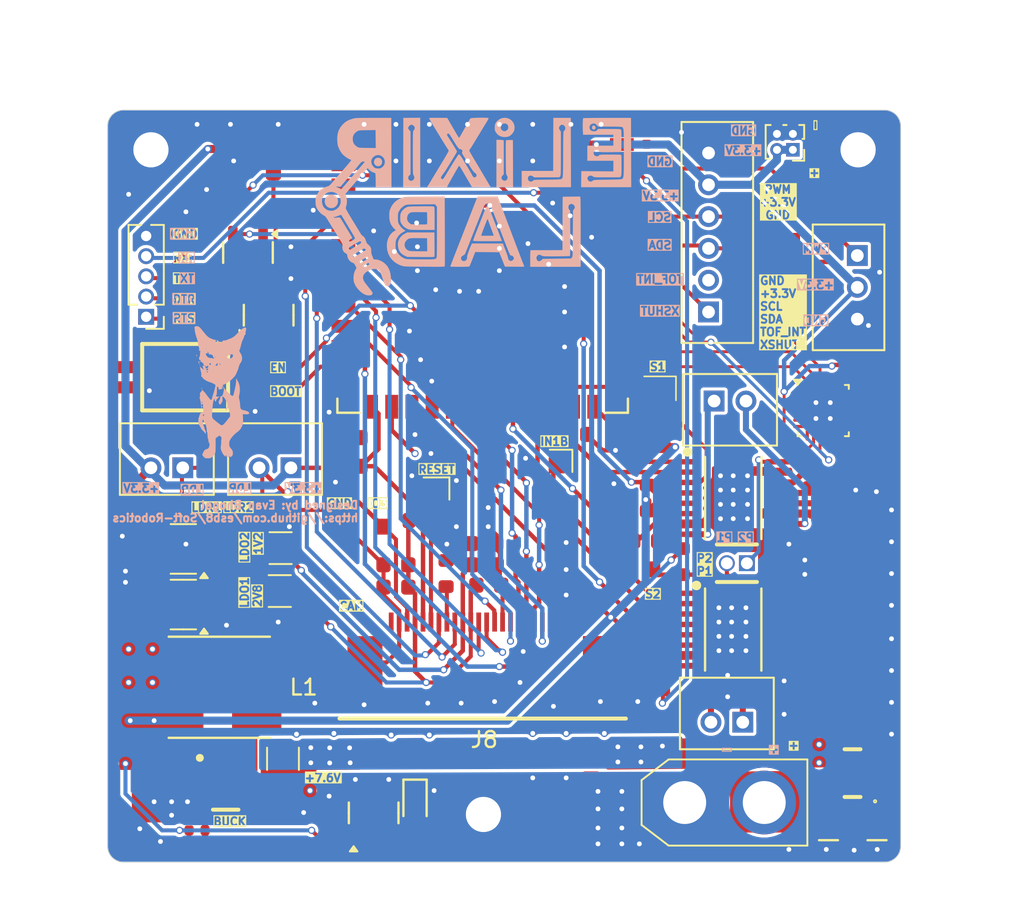
<source format=kicad_pcb>
(kicad_pcb (version 20241229) (generator "pcbnew") (generator_version "9.0")
  (layers (0 "F.Cu" signal) (4 "In1.Cu" signal) (6 "In2.Cu" signal) (2 "B.Cu" signal) (13 "F.Paste" user) (15 "B.Paste" user) (5 "F.SilkS" user "F.Silkscreen") (7 "B.SilkS" user "B.Silkscreen") (1 "F.Mask" user) (3 "B.Mask" user) (25 "Edge.Cuts" user))
  (net 0 "")
  (net 1 "Net-(U3-REGOUT)")
  (net 2 "/PMODE2")
  (net 3 "/PMODE1")
  (net 4 "Net-(Q1-B)")
  (net 5 "Net-(Q2-B)")
  (net 6 "GND")
  (net 7 "+3.3V")
  (net 8 "Net-(U14-FB)")
  (net 9 "Net-(U4-CPH)")
  (net 10 "Net-(U4-CPL)")
  (net 11 "+7.6V")
  (net 12 "Net-(U4-VCP)")
  (net 13 "/EN")
  (net 14 "+2V8")
  (net 15 "+1V2")
  (net 16 "Net-(U14-BS)")
  (net 17 "Net-(U14-LX)")
  (net 18 "/I_SENSE_A")
  (net 19 "/I_SENSE_B")
  (net 20 "Net-(U5-CPL)")
  (net 21 "Net-(U5-CPH)")
  (net 22 "Net-(U5-VCP)")
  (net 23 "Net-(J1-Pin_2)")
  (net 24 "/XSHUT")
  (net 25 "/TOF_INT")
  (net 26 "/SCL")
  (net 27 "/SDA")
  (net 28 "/TXD0")
  (net 29 "/RXD0")
  (net 30 "/DTR")
  (net 31 "/RTS")
  (net 32 "/OUT2_A")
  (net 33 "/OUT2_B")
  (net 34 "/OUT1_A")
  (net 35 "/OUT1_B")
  (net 36 "/PWDN")
  (net 37 "/I2C_SCL")
  (net 38 "/RESET")
  (net 39 "/Y9")
  (net 40 "/VSYNC")
  (net 42 "/Y5")
  (net 43 "/Y2")
  (net 44 "/XCLK")
  (net 45 "/PCLK")
  (net 46 "/Y6")
  (net 47 "/Y7")
  (net 50 "/I2C_SDA")
  (net 51 "/Y3")
  (net 52 "/Y4")
  (net 53 "/Y8")
  (net 54 "/HREF")
  (net 55 "/LDR1")
  (net 56 "/LDR2")
  (net 57 "/BOOT")
  (net 58 "/nFAULT_A")
  (net 59 "/nFAULT_B")
  (net 60 "/MISO1")
  (net 64 "/CS1")
  (net 65 "/MOSI1")
  (net 69 "/SCLK1")
  (net 78 "/IN1_A")
  (net 79 "/IN2_A")
  (net 80 "/IN1_B")
  (net 81 "/IN2_B")
  (net 82 "/S_PWM")
  (net 83 "Net-(U4-nSLEEP)")
  (net 84 "Net-(U5-nSLEEP)")
  (net 85 "Net-(D2-Pad2)")
  (net 86 "Net-(Q4-S)")
  (net 87 "Net-(U9-IO1)")
  (net 88 "Net-(U9-IO45)")
  (footprint "PCM_JLCPCB:C_0603" (layer "F.Cu") (at 182.23544 145.080457)
    (property "Reference" "C25" (hide yes))
    (property "Value" "2.2uF")
  )
  (footprint "TestPoint:TestPoint_Pad_1.0x1.0mm" (layer "F.Cu") (at 186.5 137.55)
    (property "Reference" "GND" (hide yes))
    (property "Value" "TestPoint_Pad_1.0x1.0mm")
  )
  (footprint "easyeda2kicad:HDR-TH_2P-P1.27-V-M" (layer "F.Cu") (at 197.83 143.7 180)
    (property "Reference" "J5" (hide yes))
    (property "Value" "Conn_01x02_Pin")
  )
  (footprint "PCM_JLCPCB:R_0402" (layer "F.Cu") (at 192.15 117.85 -90)
    (property "Reference" "R18" (hide yes))
    (property "Value" "200Ω" (hide yes))
  )
  (footprint "PCM_JLCPCB:R_0603" (layer "F.Cu") (at 179.5525 144.35 90)
    (property "Reference" "R2" (hide yes))
    (property "Value" "10kΩ")
  )
  (footprint "PCM_JLCPCB:R_0603" (layer "F.Cu") (at 200.6 124.8 180)
    (property "Reference" "R23" (hide yes))
    (property "Value" "4.7kΩ")
  )
  (footprint "PCM_JLCPCB:C_0603" (layer "F.Cu") (at 202.8 146.6 -90)
    (property "Reference" "C28" (hide yes))
    (property "Value" "22nF" (hide yes))
  )
  (footprint "PCM_JLCPCB:C_0603" (layer "F.Cu") (at 160.5 156.9 -90)
    (property "Reference" "C33" (hide yes))
    (property "Value" "22uF")
  )
  (footprint "PCM_JLCPCB:R_0603" (layer "F.Cu") (at 168.85 140.35)
    (property "Reference" "R10" (hide yes))
    (property "Value" "10kΩ")
  )
  (footprint "TestPoint:TestPoint_Pad_1.0x1.0mm" (layer "F.Cu") (at 173.1 141.45)
    (property "Reference" "REF**" (hide yes))
    (property "Value" "TestPoint_Pad_1.0x1.0mm")
  )
  (footprint "TestPoint:TestPoint_Pad_1.0x1.0mm" (layer "F.Cu") (at 191.516576 135.8)
    (property "Reference" "GND" (hide yes))
    (property "Value" "TestPoint_Pad_1.0x1.0mm")
  )
  (footprint "MountingHole:MountingHole_2.2mm_M2" (layer "F.Cu") (at 205.45 117.7)
    (property "Reference" "REF**" (hide yes))
    (property "Value" "MountingHole_2.2mm_M2")
  )
  (footprint "easyeda2kicad:JST_B6B-PH-K-S" (layer "F.Cu") (at 196.6 122.9 -90)
    (property "Reference" "J2" (hide yes))
    (property "Value" "Conn_01x06")
  )
  (footprint "easyeda2kicad:FPC-SMD_AFC07-S24ECA-00" (layer "F.Cu") (at 181.852262 148.668989)
    (property "Reference" "J8")
    (property "Value" "Conn_01x24_Socket")
  )
  (footprint "PCM_JLCPCB:C_0603" (layer "F.Cu") (at 165.72 155.6)
    (property "Reference" "C21" (hide yes))
    (property "Value" "100nF")
  )
  (footprint "easyeda2kicad:JST_B2B-PH-K-S" (layer "F.Cu") (at 168.8 137.15)
    (property "Reference" "J10" (hide yes))
    (property "Value" "Screw_Terminal_01x02" (hide yes))
  )
  (footprint "PCM_JLCPCB:Q_SOT-23" (layer "F.Cu") (at 175 159.4 90)
    (property "Reference" "Q4" (hide yes))
    (property "Value" "AO3400A")
  )
  (footprint "Connector_AMASS:AMASS_XT30U-F_1x02_P5.0mm_Vertical" (layer "F.Cu") (at 194.55 158.75)
    (property "Reference" "J1" (hide yes))
    (property "Value" "Connector")
  )
  (footprint "PCM_JLCPCB:C_0603" (layer "F.Cu") (at 204.1 148.6 -90)
    (property "Reference" "C29" (hide yes))
    (property "Value" "100nF")
  )
  (footprint "PCM_JLCPCB:R_0603" (layer "F.Cu") (at 194.4 143.6 90)
    (property "Reference" "R17" (hide yes))
    (property "Value" "4.7kΩ")
  )
  (footprint "PCM_JLCPCB:C_0603" (layer "F.Cu") (at 168.4 158.6 90)
    (property "Reference" "C8" (hide yes))
    (property "Value" "10uF")
  )
  (footprint "Package_TO_SOT_SMD:SOT-23-3" (layer "F.Cu") (at 163.0375 142.8 180)
    (property "Reference" "U13" (hide yes))
    (property "Value" "XC6206P122MR")
  )
  (footprint "PCM_JLCPCB:C_0603" (layer "F.Cu") (at 203.8 140 -90)
    (property "Reference" "C9" (hide yes))
    (property "Value" "100nF" (hide yes))
  )
  (footprint "PCM_JLCPCB:D_0603" (layer "F.Cu") (at 177.6 158.8 -90)
    (property "Reference" "D2" (hide yes))
    (property "Value" "Red")
  )
  (footprint "Connector_PinHeader_1.00mm:PinHeader_2x02_P1.00mm_Vertical" (layer "F.Cu") (at 201.35 117.7 180)
    (property "Reference" "J11" (hide yes))
    (property "Value" "Conn_02x02_Counter_Clockwise")
  )
  (footprint "PCM_JLCPCB:C_0603" (layer "F.Cu") (at 160.3 143 -90)
    (property "Reference" "C20" (hide yes))
    (property "Value" "1uF")
  )
  (footprint "PCM_JLCPCB:C_0603" (layer "F.Cu") (at 163.1 156.9 -90)
    (property "Reference" "C5" (hide yes))
    (property "Value" "22uF")
  )
  (footprint "PCM_JLCPCB:C_1206" (layer "F.Cu") (at 202.1 144 180)
    (property "Reference" "C34" (hide yes))
    (property "Value" "10uF")
  )
  (footprint "PCM_JLCPCB:R_0603" (layer "F.Cu") (at 166 127.5 90)
    (property "Reference" "R8" (hide yes))
    (property "Value" "10kΩ")
  )
  (footprint "PCM_JLCPCB:R_0603" (layer "F.Cu") (at 189 145.7)
    (property "Reference" "R21" (hide yes))
    (property "Value" "10kΩ")
  )
  (footprint "PCM_JLCPCB:C_0603" (layer "F.Cu") (at 203 142.1 180)
    (property "Reference" "C12" (hide yes))
    (property "Value" "100nF" (hide yes))
  )
  (footprint "PCM_JLCPCB:C_0603" (layer "F.Cu") (at 176.4 143.8 180)
    (property "Reference" "C24" (hide yes))
    (property "Value" "2.2uF")
  )
  (footprint "PCM_JLCPCB:Q_SOT-23" (layer "F.Cu") (at 167.1 124.16 -90)
    (property "Reference" "Q2" (hide yes))
    (property "Value" "S8050")
  )
  (footprint "MountingHole:MountingHole_2.2mm_M2" (layer "F.Cu") (at 181.9 159.5)
    (property "Reference" "REF**" (hide yes))
    (property "Value" "MountingHole_2.2mm_M2")
  )
  (footprint "PCM_JLCPCB:C_0603" (layer "F.Cu") (at 192.1 142.3 180)
    (property "Reference" "C22" (hide yes))
    (property "Value" "10nF" (hide yes))
  )
  (footprint "TestPoint:TestPoint_Pad_1.0x1.0mm" (layer "F.Cu") (at 192.514942 144.085058)
    (property "Reference" "REF**" (hide yes))
    (property "Value" "TestPoint_Pad_1.0x1.0mm")
  )
  (footprint "PCM_JLCPCB:C_0603" (layer "F.Cu") (at 169.62 121.5)
    (property "Reference" "C13" (hide yes))
    (property "Value" "1uF")
  )
  (footprint "PCM_JLCPCB:R_0402" (layer "F.Cu") (at 163.9 159.6 180)
    (property "Reference" "R6" (hide yes))
    (property "Value" "22kΩ" (hide yes))
  )
  (footprint "TestPoint:TestPoint_Pad_1.0x1.0mm" (layer "F.Cu") (at 169.3 156)
    (property "Reference" "+7.6V")
    (property "Value" "TestPoint_Pad_1.0x1.0mm")
  )
  (footprint "easyeda2kicad:SOT-23_L2.9-W1.3-P1.90-LS2.4-BR" (layer "F.Cu") (at 205.3 156.9)
    (property "Reference" "Q3" (hide yes))
    (property "Value" "AO3401A")
  )
  (footprint "PCM_JLCPCB:R_0603" (layer "F.Cu") (at 178.040182 141.015114)
    (property "Reference" "R1" (hide yes))
    (property "Value" "10kΩ")
  )
  (footprint "TestPoint:TestPoint_Pad_1.0x1.0mm" (layer "F.Cu") (at 178.85 139.2)
    (property "Reference" "REF**" (hide yes))
    (property "Value" "TestPoint_Pad_1.0x1.0mm")
  )
  (footprint "PCM_JLCPCB:C_1206" (layer "F.Cu") (at 203.6 152.6 180)
    (property "Reference" "C35" (hide yes))
    (property "Value" "10uF")
  )
  (footprint "PCM_JLCPCB:R_0603" (layer "F.Cu") (at 173.4 137.6)
    (property "Reference" "R3" (hide yes))
    (property "Value" "4.7kΩ")
  )
  (footprint "PCM_JLCPCB:R_0402" (layer "F.Cu") (at 163.9 161.4)
    (property "Reference" "R5" (hide yes))
    (property "Value" "100kΩ" (hide yes))
  )
  (footprint "PCM_JLCPCB:R_0603" (layer "F.Cu") (at 173.4 135.8)
    (property "Reference" "R24" (hide yes))
    (property "Value" "4.7kΩ")
  )
  (footprint "PCM_JLCPCB:C_0402" (layer "F.Cu") (at 163.9 160.5)
    (property "Reference" "C4" (hide yes))
    (property "Value" "220pF")
  )
  (footprint "TestPoint:TestPoint_Pad_1.0x1.0mm" (layer "F.Cu") (at 175.6 141.4 180)
    (property "Reference" "REF**" (hide yes))
    (property "Value" "TestPoint_Pad_1.0x1.0mm")
  )
  (footprint "PCM_JLCPCB:C_0603" (layer "F.Cu") (at 169.699963 158.6 90)
    (property "Reference" "C32" (hide yes))
    (property "Value" "10uF")
  )
  (footprint "easyeda2kicad:TSOT-23-6_L2.9-W1.6-P0.95-LS2.8-BL" (layer "F.Cu") (at 165.7 157.7 -90)
    (property "Reference" "U14" (hide yes))
    (property "Value" "SY8113IADC")
  )
  (footprint "PCM_JLCPCB:Q_SOT-23" (layer "F.Cu") (at 168.4 128.1 90)
    (property "Reference" "Q1" (hide yes))
    (property "Value" "S8050")
  )
  (footprint "PCM_JLCPCB:R_0603" (layer "F.Cu") (at 162.15 140.4)
    (property "Reference" "R9" (hide yes))
    (property "Value" "10kΩ")
  )
  (footprint "easyeda2kicad:HTSSOP-16_L5.0-W4.4-P0.65-LS6.4-BL-EP" (layer "F.Cu") (at 197.6 139.6 -90)
    (property "Reference" "U4" (hide yes))
    (property "Value" "DRV8874PWPR" (hide yes))
  )
  (footprint "PCM_JLCPCB:C_0603" (layer "F.Cu") (at 203.3 150.7 180)
    (property "Reference" "C30" (hide yes))
    (property "Value" "100nF" (hide yes))
  )
  (footprint "PCM_JLCPCB:C_0603" (layer "F.Cu") (at 161.8 156.9 -90)
    (property "Reference" "C6" (hide yes))
    (property "Value" "22uF")
  )
  (footprint "PCM_JLCPCB:C_0603" (layer "F.Cu") (at 165.8 142.88 -90)
    (property "Reference" "C19" (hide yes))
    (property "Value" "1uF")
  )
  (footprint "TestPoint:TestPoint_Pad_1.0x1.0mm" (layer "F.Cu") (at 169.15 142.75 -90)
    (property "Reference" "+7.6V" (hide yes))
    (property "Value" "TestPoint_Pad_1.0x1.0mm")
  )
  (footprint "PCM_JLCPCB:R_0603" (layer "F.Cu") (at 172.2 160 90)
    (property "Reference" "R22" (hide yes))
    (property "Value" "10kΩ")
  )
  (footprint "PCM_JLCPCB:R_0603" (layer "F.Cu") (at 193.2 135.55 90)
    (property "Reference" "R16" (hide yes))
    (property "Value" "4.7kΩ")
  )
  (footprint "PCM_JLCPCB:R_0603" (layer "F.Cu") (at 190.9 140.3 90)
    (property "Reference" "R15" (hide yes))
    (property "Value" "4.7kΩ" (hide yes))
  )
  (footprint "PCM_JLCPCB:C_0603" (layer "F.Cu") (at 160.3 145.88 90)
    (property "Reference" "C18" (hide yes))
    (property "Value" "1uF")
  )
  (footprint "TestPoint:TestPoint_Pad_1.0x1.0mm" (layer "F.Cu") (at 193 132.95)
    (property "Reference" "REF**" (hide yes))
    (property "Value" "TestPoint_Pad_1.0x1.0mm")
  )
  (footprint "easyeda2kicad:JST_B2B-PH-K-S" (layer "F.Cu") (at 162 137.15)
    (property "Reference" "J9" (hide yes))
    (property "Value" "Screw_Terminal_01x02")
  )
  (footprint "PCM_JLCPCB:C_0603" (layer "F.Cu") (at 181.9525 143.8)
    (property "Reference" "C31" (hide yes))
    (property "Value" "2.2uF")
  )
  (footprint "PCM_JLCPCB:C_0603" (layer "F.Cu") (at 181.923564 142.46437)
    (property "Reference" "C26" (hide yes))
    (property "Value" "2.2uF")
  )
  (footprint "easyeda2kicad:F1206" (layer "F.Cu") (at 205.113409 160.028352)
    (property "Reference" "F1" (hide yes))
    (property "Value" "BHFUSE BSMD1206C-1700T")
  )
  (footprint "Package_TO_SOT_SMD:SOT-23-3" (layer "F.Cu") (at 163.0375 146.3 180)
    (property "Reference" "U12" (hide yes))
    (property "Value" "XC6206P282MR")
  )
  (footprint "PCM_JLCPCB:R_0603" (layer "F.Cu") (at 192.3 150.3 180)
    (property "Reference" "R20" (hide yes))
    (property "Value" "4.7kΩ")
  )
  (footprint "PCM_JLCPCB:C_0603" (layer "F.Cu") (at 202.423259 138.210791 -90)
    (property "Reference" "C7" (hide yes))
    (property "Value" "22nF" (hide yes))
  )
  (footprint "PCM_JLCPCB:C_0603" (layer "F.Cu") (at 165.8 146 -90)
    (property "Reference" "C17" (hide yes))
    (property "Value" "1uF")
  )
  (footprint "PCM_JLCPCB:R_0603" (layer "F.Cu") (at 200.58 123.4 180)
    (property "Reference" "R11" (hide yes))
    (property "Value" "4.7kΩ")
  )
  (footprint "Connector_PinHeader_1.27mm:PinHeader_1x05_P1.27mm_Vertical" (layer "F.Cu") (at 160.7 128.2 180)
    (property "Reference" "J4" (hide yes))
    (property "Value" "Conn_01x05_Pin")
  )
  (footprint "PCM_JLCPCB:C_0603" (layer "F.Cu") (at 206.6 137.4 90)
    (property "Reference" "C3" (hide yes))
    (property "Value" "100nF")
  )
  (footprint "PCM_JLCPCB:R_0603" (layer "F.Cu") (at 189.2 135.6)
    (property "Reference" "R25" (hide yes))
    (property "Value" "10kΩ")
  )
  (footprint "PCM_JLCPCB:C_0603" (layer "F.Cu") (at 170 116.8 90)
    (property "Reference" "C10" (hide yes))
    (property "Value" "22uF")
  )
  (footprint "PCM_JLCPCB:R_0603" (layer "F.Cu") (at 192.3 149.1 180)
    (property "Reference" "R19" (hide yes))
    (property "Value" "4.7kΩ")
  )
  (footprint "PCM_JLCPCB:C_0603" (layer "F.Cu") (at 205.3 137.4 90)
    (property "Reference" "C2" (hide yes))
    (property "Value" "10nF")
  )
  (footprint "easyeda2kicad:JST_B3B-PH-K-S" (layer "F.Cu") (at 204.85 126.35 90)
    (property "Reference" "J3" (hide yes))
    (property "Value" "Conn_01x03")
  )
  (footprint "PCM_JLCPCB:R_0603" (layer "F.Cu") (at 189.6 140.3 90)
    (property "Reference" "R14" (hide yes))
    (property "Value" "4.7kΩ" (hide yes))
  )
  (footprint "PCM_JLCPCB:R_0603" (layer "F.Cu") (at 192.2 139.6 90)
    (property "Reference" "R13" (hide yes))
    (property "Value" "10kΩ" (hide yes))
  )
  (footprint "PCM_JLCPCB:C_0603" (layer "F.Cu") (at 176.4 145.2 180)
    (property "Reference" "C23" (hide yes))
    (property "Value" "2.2uF")
  )
  (footprint "PCM_JLCPCB:C_0603" (layer "F.Cu") (at 206.1 134.18 -90)
    (property "Reference" "C1" (hide yes))
    (property "Value" "10nF")
  )
  (footprint "easyeda2kicad:JST_B2B-PH-K-S" (layer "F.Cu") (at 197.4 134.05 180)
    (property "Reference" "J6" (hide yes))
    (property "Value" "Screw_Terminal_01x02")
  )
  (footprint "easyeda2kicad:HTSSOP-16_L5.0-W4.4-P0.65-LS6.4-BL-EP" (layer "F.Cu") (at 197.6 147.8725 -90)
    (property "Reference" "U5" (hide yes))
    (property "Value" "DRV8874PWPR")
  )
  (footprint "easyeda2kicad:IND-SMD_L6.0-W6.0" (layer "F.Cu") (at 165.297513 151.501491)
    (property "Reference" "L1")
    (property "Value" "6.8uH")
  )
  (footprint "Package_DFN_QFN:QFN-24-1EP_3x3mm_P0.4mm_EP1.75x1.6mm" (layer "F.Cu") (at 203.255 134.1)
    (property "Reference" "U3" (hide yes))
    (property "Value" "MPU6500")
  )
  (footprint "PCM_JLCPCB:R_0402" (layer "F.Cu") (at 177.707754 160.900288)
    (property "Reference" "R4" (hide yes))
    (property "Value" "200Ω" (hide yes))
  )
  (footprint "PCM_JLCPCB:R_0603" (layer "F.Cu") (at 164.7 126.2 -90)
    (property "Reference" "R7" (hide yes))
    (property "Value" "10kΩ")
  )
  (footprint "esp32:ESP32-S3-WROOM-1_EXP" (layer "F.Cu") (at 181.85 121.36)
    (property "Reference" "U9" (hide yes))
    (property "Value" "ESP32-S3-WROOM-1-N16R8")
  )
  (footprint "easyeda2kicad:JST_B2B-PH-K-S" (layer "F.Cu") (at 197.2 153.15)
    (property "Reference" "J7" (hide yes))
    (property "Value" "Screw_Terminal_01x02")
  )
  (footprint "PCM_JLCPCB:C_0603" (layer "F.Cu") (at 171.3 116.8 90)
    (property "Reference" "C11" (hide yes))
    (property "Value" "100nF")
  )
  (footprint "PCM_JLCPCB:R_0603" (layer "F.Cu") (at 168.7 118.4 -90)
    (property "Reference" "R12" (hide yes))
    (property "Value" "10kΩ")
  )
  (footprint "PCM_JLCPCB:C_0603" (layer "F.Cu") (at 192.4 151.6)
    (property "Reference" "C27" (hide yes))
    (property "Value" "10nF" (hide yes))
  )
  (footprint "TestPoint:TestPoint_Pad_1.0x1.0mm" (layer "F.Cu") (at 169.1 145.45 90)
    (property "Reference" "+7.6V" (hide yes))
    (property "Value" "TestPoint_Pad_1.0x1.0mm")
  )
  (footprint "MountingHole:MountingHole_2.2mm_M2" (layer "F.Cu") (at 161 117.7)
    (property "Reference" "REF**" (hide yes))
    (property "Value" "MountingHole_2.2mm_M2")
  )
  (footprint "easyeda2kicad:SW-SMD_4P_DSHP02TSGET" (layer "F.Cu") (at 163.15 132 90)
    (property "Reference" "SW4" (hide yes))
    (property "Value" "SW_DIP_x02")
  )
  (footprint "LOGO" (layer "B.Cu") (at 165.45 132.95 180)
    (property "Reference" "G***" (hide yes))
    (property "Value" "LOGO" (hide yes))
  )
  (footprint "LOGO" (layer "B.Cu") (at 181.2 121.2 180)
    (property "Reference" "G***" (hide yes))
    (property "Value" "LOGO" (hide yes))
  )
  (gr_arc (start 207.125 115.2) (mid 207.832107 115.492893) (end 208.125 116.2) (stroke (width 0.05)) (layer "Edge.Cuts"))
  (gr_line (start 207.125 162.5) (end 159.275 162.5) (stroke (width 0.05)) (layer "Edge.Cuts"))
  (gr_arc (start 159.275 162.5) (mid 158.567893 162.207107) (end 158.275 161.5) (stroke (width 0.05)) (layer "Edge.Cuts"))
  (gr_line (start 158.275 161.5) (end 158.275 116.2) (stroke (width 0.05)) (layer "Edge.Cuts"))
  (gr_arc (start 158.275 116.2) (mid 158.567893 115.492893) (end 159.275 115.2) (stroke (width 0.05)) (layer "Edge.Cuts"))
  (gr_line (start 208.125 116.2) (end 208.125 161.5) (stroke (width 0.05)) (layer "Edge.Cuts"))
  (gr_line (start 159.275 115.2) (end 207.125 115.2) (stroke (width 0.05)) (layer "Edge.Cuts"))
  (gr_arc (start 208.125 161.5) (mid 207.832107 162.207107) (end 207.125 162.5) (stroke (width 0.05)) (layer "Edge.Cuts"))
  (gr_text "RTS\n" (at 162.3 128.6 0) (layer "F.SilkS" knockout) (effects (font (size 0.5 0.5) (thickness 0.153) (bold yes)) (justify left bottom)))
  (gr_text "LDO1" (at 166.890378 145.55 90) (layer "F.SilkS" knockout) (effects (font (size 0.5 0.5) (thickness 0.153))))
  (gr_text "-\n" (at 202.8 116.15 270) (layer "F.SilkS" knockout) (effects (font (size 0.5 0.5) (thickness 0.153))))
  (gr_text "LDR2\n\n" (at 165.45 141.3 0) (layer "F.SilkS" knockout) (effects (font (size 0.5 0.5) (thickness 0.153) (bold yes)) (justify left bottom)))
  (gr_text "IO3\n" (at 175.25 139.95 0) (layer "F.SilkS" knockout) (effects (font (size 0.5 0.5) (thickness 0.125))))
  (gr_text "GND\n+3.3V\nSCL\nSDA\nTOF_INT\nXSHUT" (at 199.2 127.95 0) (layer "F.SilkS" knockout) (effects (font (size 0.5 0.5) (thickness 0.153)) (justify left)))
  (gr_text "CAM\n" (at 173.6 146.4 0) (layer "F.SilkS" knockout) (effects (font (size 0.5 0.5) (thickness 0.153))))
  (gr_text "RESET" (at 178.95 137.8 0) (layer "F.SilkS" knockout) (effects (font (size 0.5 0.5) (thickness 0.153))))
  (gr_text "DTR\n" (at 162.3 127.4 0) (layer "F.SilkS" knockout) (effects (font (size 0.5 0.5) (thickness 0.153) (bold yes)) (justify left bottom)))
  (gr_text "PWM\n+3.3V\nGND" (at 200.4 121 0) (layer "F.SilkS" knockout) (effects (font (size 0.5 0.5) (thickness 0.153))))
  (gr_text "BOOT\n\n" (at 168.4 134 0) (layer "F.SilkS" knockout) (effects (font (size 0.5 0.5) (thickness 0.153) (bold yes)) (justify left bottom)))
  (gr_text "IN1B" (at 186.35 136.05 0) (layer "F.SilkS" knockout) (effects (font (size 0.5 0.5) (thickness 0.125))))
  (gr_text "2V8" (at 167.7 145.75 90) (layer "F.SilkS" knockout) (effects (font (size 0.5 0.5) (thickness 0.153))))
  (gr_text "+\n" (at 202.7 119.2 180) (layer "F.SilkS" knockout) (effects (font (size 0.5 0.5) (thickness 0.153))))
  (gr_text "P2\nP1\n" (at 195.8 143.8 0) (layer "F.SilkS" knockout) (effects (font (size 0.5 0.5) (thickness 0.153))))
  (gr_text "TX\n" (at 162.35 126.1 0) (layer "F.SilkS" knockout) (effects (font (size 0.5 0.5) (thickness 0.153) (bold yes)) (justify left bottom)))
  (gr_text "1V2" (at 167.75 142.45 90) (layer "F.SilkS" knockout) (effects (font (size 0.5 0.5) (thickness 0.153))))
  (gr_text "S2\n" (at 192.55 145.65 0) (layer "F.SilkS" knockout) (effects (font (size 0.5 0.5) (thickness 0.153))))
  (gr_text "RX\n" (at 162.3 124.8 0) (layer "F.SilkS" knockout) (effects (font (size 0.5 0.5) (thickness 0.153) (bold yes)) (justify left bottom)))
  (gr_text "S1\n" (at 192.85 131.35 0) (layer "F.SilkS" knockout) (effects (font (size 0.5 0.5) (thickness 0.153))))
  (gr_text "GND\n" (at 162.3 123.3 0) (layer "F.SilkS" knockout) (effects (font (size 0.5 0.5) (thickness 0.153) (bold yes)) (justify left bottom)))
  (gr_text "EN\n" (at 168.4 131.7 0) (layer "F.SilkS" knockout) (effects (font (size 0.5 0.5) (thickness 0.153) (bold yes)) (justify left bottom)))
  (gr_text "BUCK" (at 165.95 159.95 0) (layer "F.SilkS" knockout) (effects (font (size 0.5 0.5) (thickness 0.153))))
  (gr_text "LDR1\n" (at 163.45 140.5 0) (layer "F.SilkS" knockout) (effects (font (size 0.5 0.5) (thickness 0.153) (bold yes)) (justify left bottom)))
  (gr_text "GND\n" (at 172.85 139.95 0) (layer "F.SilkS" knockout) (effects (font (size 0.5 0.5) (thickness 0.153))))
  (gr_text "Designed by: Evan Bhogal\nhttps://github.com/esb8/Soft-Robotics" (at 174.1 140.45 0) (layer "B.SilkS") (effects (font (size 0.5 0.5) (thickness 0.153)) (justify left mirror)))
  (gr_text "+3.3V" (at 202.8 126.2 0) (layer "B.SilkS" knockout) (effects (font (size 0.5 0.5) (thickness 0.153)) (justify mirror)))
  (gr_text "RTS\n" (at 163.84881 128.6 -0) (layer "B.SilkS" knockout) (effects (font (size 0.5 0.5) (thickness 0.153) (bold yes)) (justify left bottom mirror)))
  (gr_text "P1\n\n" (at 197.05 142.5 0) (layer "B.SilkS" knockout) (effects (font (size 0.5 0.5) (thickness 0.153)) (justify mirror)))
  (gr_text "GND\n" (at 163.84881 123.3 -0) (layer "B.SilkS" knockout) (effects (font (size 0.5 0.5) (thickness 0.153) (bold yes)) (justify left bottom mirror)))
  (gr_text "+3.3V\n\n" (at 170.6 139.4 -0) (layer "B.SilkS" knockout) (effects (font (size 0.5 0.5) (thickness 0.153)) (justify mirror)))
  (gr_text "+3.3V\n\n" (at 160.4 139.4 -0) (layer "B.SilkS" knockout) (effects (font (size 0.5 0.5) (thickness 0.153)) (justify mirror)))
  (gr_text "XSHUT" (at 193 127.85 0) (layer "B.SilkS" knockout) (effects (font (size 0.5 0.5) (thickness 0.153)) (justify mirror)))
  (gr_text "-" (at 197.2 155.4 -0) (layer "B.SilkS" knockout) (effects (font (size 0.5 0.5) (thickness 0.153)) (justify mirror)))
  (gr_text "P2\n" (at 198.4 142.1 0) (layer "B.SilkS" knockout) (effects (font (size 0.5 0.5) (thickness 0.153)) (justify mirror)))
  (gr_text "LDR" (at 163.6 139.1 0) (layer "B.SilkS" knockout) (effects (font (size 0.5 0.5) (thickness 0.153)) (justify mirror)))
  (gr_text "SCL" (at 193 121.95 0) (layer "B.SilkS" knockout) (effects (font (size 0.5 0.5) (thickness 0.153)) (justify mirror)))
  (gr_text "+" (at 200.15 155.4 -0) (layer "B.SilkS" knockout) (effects (font (size 0.5 0.5) (thickness 0.153)) (justify mirror)))
  (gr_text "GND" (at 202.8 128.45 0) (layer "B.SilkS" knockout) (effects (font (size 0.5 0.5) (thickness 0.153)) (justify mirror)))
  (gr_text "LDR" (at 166.6 139 0) (layer "B.SilkS" knockout) (effects (font (size 0.5 0.5) (thickness 0.153)) (justify mirror)))
  (gr_text "SDA" (at 193 123.7 0) (layer "B.SilkS" knockout) (effects (font (size 0.5 0.5) (thickness 0.153)) (justify mirror)))
  (gr_text "TOF_INT" (at 193 125.85 0) (layer "B.SilkS" knockout) (effects (font (size 0.5 0.5) (thickness 0.153)) (justify mirror)))
  (gr_text "TX\n" (at 163.79881 126.1 -0) (layer "B.SilkS" knockout) (effects (font (size 0.5 0.5) (thickness 0.153) (bold yes)) (justify left bottom mirror)))
  (gr_text "PWM" (at 202.8 123.95 0) (layer "B.SilkS" knockout) (effects (font (size 0.5 0.5) (thickness 0.153)) (justify mirror)))
  (gr_text "+3.3V\n" (at 198.25 117.75 0) (layer "B.SilkS" knockout) (effects (font (size 0.5 0.5) (thickness 0.153)) (justify mirror)))
  (gr_text "RX\n" (at 163.84881 124.8 -0) (layer "B.SilkS" knockout) (effects (font (size 0.5 0.5) (thickness 0.153) (bold yes)) (justify left bottom mirror)))
  (gr_text "+3.3V" (at 193.05 120.6 0) (layer "B.SilkS" knockout) (effects (font (size 0.5 0.5) (thickness 0.153)) (justify mirror)))
  (gr_text "GND\n" (at 193 118.45 -0) (layer "B.SilkS" knockout) (effects (font (size 0.5 0.5) (thickness 0.153)) (justify mirror)))
  (gr_text "DTR\n" (at 163.84881 127.4 -0) (layer "B.SilkS" knockout) (effects (font (size 0.5 0.5) (thickness 0.153) (bold yes)) (justify left bottom mirror)))
  (gr_text "GND\n" (at 198.25 116.5 -0) (layer "B.SilkS" knockout) (effects (font (size 0.5 0.5) (thickness 0.153)) (justify mirror)))
  (segment (start 203.455 136.095) (end 203.98 136.62) (width 0.18) (layer "F.Cu") (net 1))
  (segment (start 204.8 136.62) (end 205.1 136.92) (width 0.18) (layer "F.Cu") (net 1))
  (segment (start 203.98 136.62) (end 204.8 136.62) (width 0.18) (layer "F.Cu") (net 1))
  (segment (start 203.455 135.645) (end 203.455 136.095) (width 0.18) (layer "F.Cu") (net 1))
  (segment (start 198.4135 145.5925) (end 197.2 144.379) (width 0.254) (layer "F.Cu") (net 2))
  (segment (start 197.2 144.379) (end 197.2 143.7) (width 0.254) (layer "F.Cu") (net 2))
  (segment (start 200.47 145.5925) (end 198.4135 145.5925) (width 0.254) (layer "F.Cu") (net 2))
  (segment (start 200.47 137.32) (end 199.32 137.32) (width 0.254) (layer "F.Cu") (net 3))
  (segment (start 199.32 137.32) (end 199.2 137.2) (width 0.254) (layer "F.Cu") (net 3))
  (via (at 199.2 137.2) (size 0.45) (drill 0.3) (layers "F.Cu" "B.Cu") (net 3))
  (segment (start 199.2 137.2) (end 199.2 142.96) (width 0.254) (layer "B.Cu") (net 3))
  (segment (start 199.2 142.96) (end 198.46 143.7) (width 0.254) (layer "B.Cu") (net 3))
  (segment (start 167.45 128.300001) (end 167.45 129.04) (width 0.254) (layer "F.Cu") (net 4))
  (segment (start 164.7 127.02) (end 165.272 127.592) (width 0.254) (layer "F.Cu") (net 4))
  (segment (start 165.272 127.592) (end 166.741999 127.592) (width 0.254) (layer "F.Cu") (net 4))
  (segment (start 166.741999 127.592) (end 167.45 128.300001) (width 0.254) (layer "F.Cu") (net 4))
  (segment (start 168.15 125.65) (end 168.15 123.06) (width 0.254) (layer "F.Cu") (net 5))
  (segment (start 166 126.68) (end 167.12 126.68) (width 0.254) (layer "F.Cu") (net 5))
  (segment (start 167.12 126.68) (end 168.15 125.65) (width 0.254) (layer "F.Cu") (net 5))
  (segment (start 189.6 139.48) (end 190.9 139.48) (width 0.2794) (layer "F.Cu") (net 6))
  (segment (start 175.806262 149.938989) (end 176.602262 149.142989) (width 0.254) (layer "F.Cu") (net 6))
  (segment (start 173.22 141.4) (end 173.4 141.58) (width 0.254) (layer "F.Cu") (net 6))
  (segment (start 169.699963 159.38) (end 168.4 159.38) (width 0.381) (layer "F.Cu") (net 6))
  (segment (start 173.1 116.1) (end 171.38 116.1) (width 0.3048) (layer "F.Cu") (net 6))
  (segment (start 206.6 139.2) (end 206.6 138.18) (width 0.2) (layer "F.Cu") (net 6))
  (segment (start 164.175 143.55) (end 164.175 143.475) (width 0.2794) (layer "F.Cu") (net 6))
  (segment (start 165.33 147.25) (end 165.8 146.78) (width 0.254) (layer "F.Cu") (net 6))
  (segment (start 182.7325 141.9325) (end 182.7325 142.699976) (width 0.254) (layer "F.Cu") (net 6))
  (segment (start 176.6 146.68423) (end 175.62 145.70423) (width 0.254) (layer "F.Cu") (net 6))
  (segment (start 191.6 151.7) (end 191.48 151.58) (width 0.2794) (layer "F.Cu") (net 6))
  (segment (start 205.8 133.1) (end 206.1 133.4) (width 0.18) (layer "F.Cu") (net 6))
  (segment (start 171.38 116.1) (end 171.3 116.02) (width 0.3048) (layer "F.Cu") (net 6))
  (segment (start 164.285 143.66) (end 164.175 143.55) (width 0.2794) (layer "F.Cu") (net 6))
  (segment (start 160.3 145.1) (end 160.3 143.78) (width 0.508) (layer "F.Cu") (net 6))
  (segment (start 182.9325 143.05) (end 182.7325 142.85) (width 0.254) (layer "F.Cu") (net 6))
  (segment (start 164.175 147.25) (end 165.33 147.25) (width 0.254) (layer "F.Cu") (net 6))
  (segment (start 165.8 143.66) (end 164.285 143.66) (width 0.2794) (layer "F.Cu") (net 6))
  (segment (start 172.2 158.35) (end 172.2 159.18) (width 0.254) (layer "F.Cu") (net 6))
  (segment (start 183.1 145.6175) (end 182.9325 145.45) (width 0.254) (layer "F.Cu") (net 6))
  (segment (start 203.855 132.555) (end 204.255 132.555) (width 0.18) (layer "F.Cu") (net 6))
  (segment (start 172.05 140.35) (end 173 141.3) (width 0.254) (layer "F.Cu") (net 6))
  (segment (start 173.1 116.1) (end 174.2 116.1) (width 0.3048) (layer "F.Cu") (net 6))
  (segment (start 176.602262 149.142989) (end 176.602262 147.398989) (width 0.254) (layer "F.Cu") (net 6))
  (segment (start 169.7 140.38) (end 169.67 140.35) (width 0.254) (layer "F.Cu") (net 6))
  (segment (start 159.82 143.78) (end 159.4 144.2) (width 0.2794) (layer "F.Cu") (net 6))
  (segment (start 204.8 133.1) (end 205.8 133.1) (width 0.18) (layer "F.Cu") (net 6))
  (segment (start 194.73 141.23) (end 193.75 141.23) (width 0.2794) (layer "F.Cu") (net 6))
  (segment (start 165.8 147.55) (end 165.75 147.6) (width 0.254) (layer "F.Cu") (net 6))
  (segment (start 178.19 158.01) (end 177.6 158.01) (width 0.254) (layer "F.Cu") (net 6))
  (segment (start 191.48 151.58) (end 191.48 149.1) (width 0.2794) (layer "F.Cu") (net 6))
  (segment (start 175.62 145.70423) (end 175.62 143.8) (width 0.254) (layer "F.Cu") (net 6))
  (segment (start 182.9325 145.45) (end 182.9325 143.05) (width 0.254) (layer "F.Cu") (net 6))
  (segment (start 189.6 139.48) (end 189.6 139.2) (width 0.2794) (layer "F.Cu") (net 6))
  (segment (start 189.38 136.6) (end 190.2 136.6) (width 0.2794) (layer "F.Cu") (net 6))
  (segment (start 169.08 116.02) (end 169 116.1) (width 0.3048) (layer "F.Cu") (net 6))
  (segment (start 161.477082 140.387113) (end 161.477082 140.777082) (width 0.254) (layer "F.Cu") (net 6))
  (segment (start 179.5525 142.5475) (end 179.6 142.5) (width 0.254) (layer "F.Cu") (net 6))
  (segment (start 178.2 158) (end 178.19 158.01) (width 0.254) (layer "F.Cu") (net 6))
  (segment (start 160.3 145.1) (end 159.6 145.1) (width 0.2794) (layer "F.Cu") (net 6))
  (segment (start 161.477082 140.777082) (end 163.2 142.5) (width 0.254) (layer "F.Cu") (net 6))
  (segment (start 174.4 152.6) (end 174.4 149.991251) (width 0.254) (layer "F.Cu") (net 6))
  (segment (start 173.4 141.58) (end 175.62 143.8) (width 0.254) (layer "F.Cu") (net 6))
  (segment (start 203.7 133.6) (end 203.856 133.444) (width 0.18) (layer "F.Cu") (net 6))
  (segment (start 170.4 121.5) (end 171.2 121.5) (width 0.254) (layer "F.Cu") (net 6))
  (segment (start 178.8 158) (end 178.2 158) (width 0.254) (layer "F.Cu") (net 6))
  (segment (start 160.84 132.79) (end 160.9 132.85) (width 0.254) (layer "F.Cu") (net 6))
  (segment (start 204.8 133.1) (end 204.255 132.555) (width 0.18) (layer "F.Cu") (net 6))
  (segment (start 182.2 141.4) (end 182.7325 141.9325) (width 0.254) (layer "F.Cu") (net 6))
  (segment (start 174.4 149.991251) (end 174.452262 149.938989) (width 0.254) (layer "F.Cu") (net 6))
  (segment (start 164.05 143.55) (end 163.82 143.78) (width 0.2794) (layer "F.Cu") (net 6))
  (segment (start 205.3 138.14) (end 205.3 139.06) (width 0.254) (layer "F.Cu") (net 6))
  (segment (start 160.3 143.78) (end 159.82 143.78) (width 0.2794) (layer "F.Cu") (net 6))
  (segment (start 190.6 116.1) (end 189.3 116.1) (width 0.3048) (layer "F.Cu") (net 6))
  (segment (start 171.3 116.02) (end 170 116.02) (width 0.3048) (layer "F.Cu") (net 6))
  (segment (start 159.6 145.1) (end 159.4 144.9) (width 0.2794) (layer "F.Cu") (net 6))
  (segment (start 191.6 152.4) (end 191.6 151.7) (width 0.2794) (layer "F.Cu") (net 6))
  (segment (start 174.452262 149.938989) (end 175.806262 149.938989) (width 0.254) (layer "F.Cu") (net 6))
  (segment (start 159.34 132.79) (end 160.84 132.79) (width 0.254) (layer "F.Cu") (net 6))
  (segment (start 165.8 146.78) (end 165.8 147.55) (width 0.254) (layer "F.Cu") (net 6))
  (segment (start 183.1 147.6) (end 183.1 145.6175) (width 0.254) (layer "F.Cu") (net 6))
  (segment (start 193.75 141.23) (end 192.68 142.3) (width 0.2794) (layer "F.Cu") (net 6))
  (segment (start 179.5525 143.53) (end 179.5525 142.5475) (width 0.254) (layer "F.Cu") (net 6))
  (segment (start 159.34 132.79) (end 159.34 131.52) (width 0.254) (layer "F.Cu") (net 6))
  (segment (start 176.6 147.6) (end 176.6 146.68423) (width 0.254) (layer "F.Cu") (net 6))
  (segment (start 188.38 135.6) (end 189.38 136.6) (width 0.2794) (layer "F.Cu") (net 6))
  (segment (start 170.6 159.38) (end 169.699963 159.38) (width 0.381) (layer "F.Cu") (net 6))
  (segment (start 164.175 143.55) (end 164.05 143.55) (width 0.2794) (layer "F.Cu") (net 6))
  (segment (start 182.7325 142.85) (end 182.7325 142.699976) (width 0.254) (layer "F.Cu") (net 6))
  (segment (start 169.67 140.35) (end 172.05 140.35) (width 0.254) (layer "F.Cu") (net 6))
  (segment (start 189.6 139.2) (end 190.1 138.7) (width 0.2794) (layer "F.Cu") (net 6))
  (segment (start 189.252262 152.4) (end 189.252262 149.928989) (width 0.254) (layer "F.Cu") (net 6))
  (segment (start 203.856 133.444) (end 203.856 132.555) (width 0.18) (layer "F.Cu") (net 6))
  (segment (start 169.7 141.4) (end 169.7 140.38) (width 0.254) (layer "F.Cu") (net 6))
  (segment (start 170 116.02) (end 169.08 116.02) (width 0.3048) (layer "F.Cu") (net 6))
  (segment (start 164.175 143.475) (end 163.2 142.5) (width 0.2794) (layer "F.Cu") (net 6))
  (via (at 197.25 150.75) (size 0.45) (drill 0.3) (layers "F.Cu" "B.Cu") (net 6))
  (via (at 197.6 140) (size 0.45) (drill 0.3) (layers "F.Cu" "B.Cu") (net 6))
  (via (at 180.5 152.5) (size 0.45) (drill 0.3) (layers "F.Cu" "B.Cu") (net 6))
  (via (at 180.2 138.5) (size 0.45) (drill 0.3) (layers "F.Cu" "B.Cu") (net 6))
  (via (at 207.55 150.45) (size 0.45) (drill 0.3) (layers "F.Cu" "B.Cu") (net 6))
  (via (at 177.7 122.3) (size 0.45) (drill 0.3) (layers "F.Cu" "B.Cu") (net 6))
  (via (at 182.6 152.4) (size 0.45) (drill 0.3) (layers "F.Cu" "B.Cu") (net 6))
  (via (at 180.2 141.4) (size 0.45) (drill 0.3) (layers "F.Cu" "B.Cu") (net 6))
  (via (at 176.4 116.1) (size 0.45) (drill 0.3) (layers "F.Cu" "B.Cu") (net 6))
  (via (at 197.5 148.3) (size 0.45) (drill 0.3) (layers "F.Cu" "B.Cu") (net 6))
  (via (at 163.3 158.7) (size 0.45) (drill 0.3) (layers "F.Cu" "B.Cu") (net 6))
  (via (at 207.55 148.45) (size 0.45) (drill 0.3) (layers "F.Cu" "B.Cu") (net 6))
  (via (at 189.1 161.35) (size 0.45) (drill 0.3) (layers "F.Cu" "B.Cu") (net 6))
  (via (at 178.6 136.8) (size 0.45) (drill 0.3) (layers "F.Cu" "B.Cu") (net 6))
  (via (at 175 122.8) (size 0.45) (drill 0.3) (layers "F.Cu" "B.Cu") (net 6))
  (via (at 179.6 142.5) (size 0.45) (drill 0.3) (layers "F.Cu" "B.Cu") (net 6))
  (via (at 196.7 149.2) (size 0.45) (drill 0.3) (layers "F.Cu" "B.Cu") (net 6))
  (via (at 203.7 134.6) (size 0.45) (drill 0.3) (layers "F.Cu" "B.Cu") (net 6))
  (via (at 207.55 142.35) (size 0.45) (drill 0.3) (layers "F.Cu" "B.Cu") (net 6))
  (via (at 197.6 139.1) (size 0.45) (drill 0.3) (layers "F.Cu" "B.Cu") (net 6))
  (via (at 202.8 133.6) (size 0.45) (drill 0.3) (layers "F.Cu" "B.Cu") (net 6))
  (via (at 189.1 160.35) (size 0.45) (drill 0.3) (layers "F.Cu" "B.Cu") (net 6))
  (via (at 177.75 123.8) (size 0.45) (drill 0.3) (layers "F.Cu" "B.Cu") (net 6))
  (via (at 160.3 160.4) (size 0.45) (drill 0.3) (layers "F.Cu" "B.Cu") (net 6))
  (via (at 172.6 138.6) (size 0.45) (drill 0.3) (layers "F.Cu" "B.Cu") (net 6))
  (via (at 163.9 116.1) (size 0.45) (drill 0.3) (layers "F.Cu" "B.Cu") (net 6))
  (via (at 206.6 139.2) (size 0.45) (drill 0.3) (layers "F.Cu" "B.Cu") (net 6))
  (via (at 159.2 142) (size 0.45) (drill 0.3) (layers "F.Cu" "B.Cu") (net 6))
  (via (at 162.3 158.7) (size 0.45) (drill 0.3) (layers "F.Cu" "B.Cu") (net 6))
  (via (at 161.6 161.2) (size 0.45) (drill 0.3) (layers "F.Cu" "B.Cu") (net 6))
  (via (at 177.75 125.3) (size 0.45) (drill 0.3) (layers "F.Cu" "B.Cu") (net 6))
  (via (at 170.15 154.45) (size 0.45) (drill 0.3) (layers "F.Cu" "B.Cu") (net 6))
  (via (at 187 127.9) (size 0.45) (drill 0.3) (layers "F.Cu" "B.Cu") (net 6))
  (via (at 182.9 125.3) (size 0.45) (drill 0.3) (layers "F.Cu" "B.Cu") (net 6))
  (via (at 187.35 121.85) (size 0.45) (drill 0.3) (layers "F.Cu" "B.Cu") (net 6))
  (via (at 196.7 148.3) (size 0.45) (drill 0.3) (layers "F.Cu" "B.Cu") (net 6))
  (via (at 191.6 152.4) (size 0.45) (drill 0.3) (layers "F.Cu" "B.Cu") (net 6))
  (via (at 174.4 116.1) (size 0.45) (drill 0.3) (layers "F.Cu" "B.Cu") (net 6))
  (via (at 202.1 144.4) (size 0.45) (drill 0.3) (layers "F.Cu" "B.Cu") (net 6))
  (via (at 202.8 134.6) (size 0.45) (drill 0.3) (layers "F.Cu" "B.Cu") (net 6))
  (via (at 190.6 160.35) (size 0.45) (drill 0.3) (layers "F.Cu" "B.Cu") (net 6))
  (via (at 201.1 142.5) (size 0.45) (drill 0.3) (layers "F.Cu" "B.Cu") (net 6))
  (via (at 159.4 144.9) (size 0.45) (drill 0.3) (layers "F.Cu" "B.Cu") (net 6))
  (via (at 203.7 133.6) (size 0.45) (drill 0.3) (layers "F.Cu" "B.Cu") (net 6))
  (via (at 206.1 128.75) (size 0.45) (drill 0.3) (layers "F.Cu" "B.Cu") (net 6))
  (via (at 198.5 140.9) (size 0.45) (drill 0.3) (layers "F.Cu" "B.Cu") (net 6))
  (via (at 198.4 149.2) (size 0.45) (drill 0.3) (layers "F.Cu" "B.Cu") (net 6))
  (via (at 172.2 134.2) (size 0.45) (drill 0.3) (layers "F.Cu" "B.Cu") (net 6))
  (via (at 185 154.4) (size 0.45) (drill 0.3) (layers "F.Cu" "B.Cu") (net 6))
  (via (at 180.9 118.4) (size 0.45) (drill 0.3) (layers "F.Cu" "B.Cu") (net 6))
  (via (at 171.2 121.5) (size 0.45) (drill 0.3) (layers "F.Cu" "B.Cu") (net 6))
  (via (at 207.55 154.45) (size 0.45) (drill 0.3) (layers "F.Cu" "B.Cu") (net 6))
  (via (at 200.8 153.2) (size 0.45) (drill 0.3) (layers "F.Cu" "B.Cu") (net 6))
  (via (at 165.75 147.6) (size 0.45) (drill 0.3) (layers "F.Cu" "B.Cu") (net 6))
  (via (at 178.4 152.5) (size 0.45) (drill 0.3) (layers "F.Cu" "B.Cu") (net 6))
  (via (at 205.3 139.1) (size 0.45) (drill 0.3) (layers "F.Cu" "B.Cu") (net 6))
  (via (at 198.4 146.5) (size 0.45) (drill 0.3) (layers "F.Cu" "B.Cu") (net 6))
  (via (at 180.9 116.1) (size 0.45) (drill 0.3) (layers "F.Cu" "B.Cu") (net 6))
  (via (at 184.55 137.1) (size 0.45) (drill 0.3) (layers "F.Cu" "B.Cu") (net 6))
  (via (at 197.25 152.1) (size 0.45) (drill 0.3) (layers "F.Cu" "B.Cu") (net 6))
  (via (at 205.2 161.75) (size 0.45) (drill 0.3) (layers "F.Cu" "B.Cu") (net 6))
  (via (at 198.4 147.4) (size 0.45) (drill 0.3) (layers "F.Cu" "B.Cu") (net 6))
  (via (at 196.8 140) (size 0.45) (drill 0.3) (layers "F.Cu" "B.Cu") (net 6))
  (via (at 196.7 147.4) (size 0.45) (drill 0.3) (layers "F.Cu" "B.Cu") (net 6))
  (via (at 196.8 139.1) (size 0.45) (drill 0.3) (layers "F.Cu" "B.Cu") (net 6))
  (via (at 206.8 125.4) (size 0.45) (drill 0.3) (layers "F.Cu" "B.Cu") (net 6))
  (via (at 163.2 142.5) (size 0.45) (drill 0.3) (layers "F.Cu" "B.Cu") (net 6))
  (via (at 202.1 143.5) (size 0.45) (drill 0.3) (layers "F.Cu" "B.Cu") (net 6))
  (via (at 176.4 118.4) (size 0.45) (drill 0.3) (layers "F.Cu" "B.Cu") (net 6))
  (via (at 178.8 158) (size 0.45) (drill 0.3) (layers "F.Cu" "B.Cu") (net 6))
  (via (at 177.95 130.9) (size 0.45) (drill 0.3) (layers "F.Cu" "B.Cu") (net 6))
  (via (at 207.55 140.35) (size 0.45) (drill 0.3) (layers "F.Cu" "B.Cu") (net 6))
  (via (at 182.9 118.4) (size 0.45) (drill 0.3) (layers "F.Cu" "B.Cu") (net 6))
  (via (at 169 147.4) (size 0.45) (drill 0.3) (layers "F.Cu" "B.Cu") (net 6))
  (via (at 185 116.1) (size 0.45) (drill 0.3) (layers "F.Cu" "B.Cu") (net 6))
  (via (at 194.35 116.6) (size 0.45) (drill 0.3) (layers "F.Cu" "B.Cu") (net 6))
  (via (at 197.6 138.2) (size 0.45) (drill 0.3) (layers "F.Cu" "B.Cu") (net 6))
  (via (at 176.1 154.5) (size 0.45) (drill 0.3) (layers "F.Cu" "B.Cu") (net 6))
  (via (at 180.4 126.6) (size 0.45) (drill 0.3) (layers "F.Cu" "B.Cu") (net 6))
  (via (at 187.1 157.2) (size 0.45) (drill 0.3) (layers "F.Cu" "B.Cu") (net 6))
  (via (at 178.9 126.5) (size 0.45) (drill 0.3) (layers "F.Cu" "B.Cu") (net 6))
  (via (at 184.4 149.25) (size 0.45) (drill 0.3) (layers "F.Cu" "B.Cu") (net 6))
  (via (at 166 116.1) (size 0.45) (drill 0.3) (layers "F.Cu" "B.Cu") (net 6))
  (via (at 182.9 122.5) (size 0.45) (drill 0.3) (layers "F.Cu" "B.Cu") (net 6))
  (via (at 186.25 121.05) (size 0.45) (drill 0.3) (layers "F.Cu" "B.Cu") (net 6))
  (via (at 190.6 159.15) (size 0.45) (drill 0.3) (layers "F.Cu" "B.Cu") (net 6))
  (via (at 190.1 138.7) (size 0.45) (drill 0.3) (layers "F.Cu" "B.Cu") (net 6))
  (via (at 182.2 140.2) (size 0.45) (drill 0.3) (layers "F.Cu" "B.Cu") (net 6))
  (via (at 181.6 126.6) (size 0.45) (drill 0.3) (layers "F.Cu" "B.Cu") (net 6))
  (via (at 206.65 161.7) (size 0.45) (drill 0.3) (layers "F.Cu" "B.Cu") (net 6))
  (via (at 190.2 136.6) (size 0.45) (drill 0.3) (layers "F.Cu" "B.Cu") (net 6))
  (via (at 190.6 158.05) (size 0.45) (drill 0.3) (layers "F.Cu" "B.Cu") (net 6))
  (via (at 196.7 146.5) (size 0.45) (drill 0.3) (layers "F.Cu" "B.Cu") (net 6))
  (via (at 177.25 129.1) (size 0.45) (drill 0.3) (layers "F.Cu" "B.Cu") (net 6))
  (via (at 207.55 146.35) (size 0.45) (drill 0.3) (layers "F.Cu" "B.Cu") (net 6))
  (via (at 198.5 139.1) (size 0.45) (drill 0.3) (layers "F.Cu" "B.Cu") (net 6))
  (via (at 198.4 148.3) (size 0.45) (drill 0.3) (layers "F.Cu" "B.Cu") (net 6))
  (via (at 186.3 152.7) (size 0.45) (drill 0.3) (layers "F.Cu" "B.Cu") (net 6))
  (via (at 182.9 116.1) (size 0.45) (drill 0.3) (layers "F.Cu" "B.Cu") (net 6))
  (via (at 198.5 138.2) (size 0.45) (drill 0.3) (layers "F.Cu" "B.Cu") (net 6))
  (via (at 197.6 140.9) (size 0.45) (drill 0.3) (layers "F.Cu" "B.Cu") (net 6))
  (via (at 187.1 145.7) (size 0.45) (drill 0.3) (layers "F.Cu" "B.Cu") (net 6))
  (via (at 177.597827 135.610354) (size 0.45) (drill 0.3) (layers "F.Cu" "B.Cu") (net 6))
  (via (at 186 124.9) (size 0.45) (drill 0.3) (layers "F.Cu" "B.Cu") (net 6))
  (via (at 178.5 118.4) (size 0.45) (drill 0.3) (layers "F.Cu" "B.Cu") (net 6))
  (via (at 187 126.3) (size 0.45) (drill 0.3) (layers "F.Cu" "B.Cu") (net 6))
  (via (at 189.5 154.4) (size 0.45) (drill 0.3) (layers "F.Cu" "B.Cu") (net 6))
  (via (at 177.4 138.2) (size 0.45) (drill 0.3) (layers "F.Cu" "B.Cu") (net 6))
  (via (at 184.2 151.2) (size 0.45) (drill 0.3) (layers "F.Cu" "B.Cu") (net 6))
  (via (at 187.1 154.4) (size 0.45) (drill 0.3) (layers "F.Cu" "B.Cu") (net 6))
  (via (at 172.5 154.4) (size 0.45) (drill 0.3) (layers "F.Cu" "B.Cu") (net 6))
  (via (at 159.4 144.2) (size 0.45) (drill 0.3) (layers "F.Cu" "B.Cu") (net 6))
  (via (at 196.8 140.9) (size 0.45) (drill 0.3) (layers "F.Cu" "B.Cu") (net 6))
  (via (at 176.3 124.1) (size 0.45) (drill 0.3) (layers "F.Cu" "B.Cu") (net 6))
  (via (at 198.5 140) (size 0.45) (drill 0.3) (layers "F.Cu" "B.Cu") (net 6))
  (via (at 171.3 152.5) (size 0.45) (drill 0.3) (layers "F.Cu" "B.Cu") (net 6))
  (via (at 169 116.1) (size 0.45) (drill 0.3) (layers "F.Cu" "B.Cu") (net 6))
  (via (at 196.8 138.2) (size 0.45) (drill 0.3) (layers "F.Cu" "B.Cu") (net 6))
  (via (at 187 130.1) (size 0.45) (drill 0.3) (layers "F.Cu" "B.Cu") (net 6))
  (via (at 169.8 123.8) (size 0.45) (drill 0.3) (layers "F.Cu" "B.Cu") (net 6))
  (via (at 189.1 158.05) (size 0.45) (drill 0.3) (layers "F.Cu" "B.Cu") (net 6))
  (via (at 207.55 144.35) (size 0.45) (drill 0.3) (layers "F.Cu" "B.Cu") (net 6))
  (via (at 161.2 158.7) (size 0.45) (drill 0.3) (layers "F.Cu" "B.Cu") (net 6))
  (via (at 178.5 154.5) (size 0.45) (drill 0.3) (layers "F.Cu" "B.Cu") (net 6))
  (via (at 188.7 123.2) (size 0.45) (drill 0.3) (layers "F.Cu" "B.Cu") (net 6))
  (via (at 182.2 141.4) (size 0.45) (drill 0.3) (layers "F.Cu" "B.Cu") (net 6))
  (via (at 197.5 146.5) (size 0.45) (drill 0.3) (layers "F.Cu" "B.Cu") (net 6))
  (via (at 187.1 142.4) (size 0.45) (drill 0.3) (layers "F.Cu" "B.Cu") (net 6))
  (via (at 185 157.2) (size 0.45) (drill 0.3) (layers "F.Cu" "B.Cu") (net 6))
  (via (at 166.2 118.4) (size 0.45) (drill 0.3) (layers "F.Cu" "B.Cu") (net 6))
  (via (at 189.252262 152.4) (size 0.45) (drill 0.3) (layers "F.Cu" "B.Cu") (net 6))
  (via (at 174.4 152.6) (size 0.45) (drill 0.3) (layers "F.Cu" "B.Cu") (net 6))
  (via (at 173.85 157.3) (size 0.45) (drill 0.3) (layers "F.Cu" "B.Cu") (net 6))
  (via (at 207.55 152.45) (size 0.45) (drill 0.3) (layers "F.Cu" "B.Cu") (net 6))
  (via (at 185 118.4) (size 0.45) (drill 0.3) (layers "F.Cu" "B.Cu") (net 6))
  (via (at 164.5 120.2) (size 0.45) (drill 0.3) (layers "F.Cu" "B.Cu") (net 6))
  (via (at 182.9 123.9) (size 0.45) (drill 0.3) (layers "F.Cu" "B.Cu") (net 6))
  (via (at 203.45 161.7) (size 0.45) (drill 0.3) (layers "F.Cu" "B.Cu") (net 6))
  (via (at 178.5 116.1) (size 0.45) (drill 0.3) (layers "F.Cu" "B.Cu") (net 6))
  (via (at 197.5 149.2) (size 0.45) (drill 0.3) (layers "F.Cu" "B.Cu") (net 6))
  (via (at 190.6 161.35) (size 0.45) (drill 0.3) (layers "F.Cu" "B.Cu") (net 6))
  (via (at 159.6 120.5) (size 0.45) (drill 0.3) (layers "F.Cu" "B.Cu") (net 6))
  (via (at 200.8 151.1) (size 0.45) (drill 0.3) (layers "F.Cu" "B.Cu") (net 6))
  (via (at 191.7 161.35) (size 0.45) (drill 0.3) (layers "F.Cu" "B.Cu") (net 6))
  (via (at 160.9 132.85) (size 0.45) (drill 0.3) (layers "F.Cu" "B.Cu") (net 6))
  (via (at 189.3 116.1) (size 0.45) (drill 0.3) (layers "F.Cu" "B.Cu") (net 6))
  (via (at 178.65 132.25) (size 0.45) (drill 0.3) (layers "F.Cu" "B.Cu") (net 6))
  (via (at 172.2 158.35) (size 0.45) (drill 0.3) (layers "F.Cu" "B.Cu") (net 6))
  (via (at 187.1 144.1) (size 0.45) (drill 0.3) (layers "F.Cu" "B.Cu") (net 6))
  (via (at 162.3 159.55) (size 0.45) (drill 0.3) (layers "F.Cu" "B.Cu") (net 6))
  (via (at 197.5 147.4) (size 0.45) (drill 0.3) (layers "F.Cu" "B.Cu") (net 6))
  (via (at 189.1 159.15) (size 0.45) (drill 0.3) (layers "F.Cu" "B.Cu") (net 6))
  (via (at 201.1 161.7) (size 0.45) (drill 0.3) (layers "F.Cu" "B.Cu") (net 6))
  (via (at 187.4 116.1) (size 0.45) (drill 0.3) (layers "F.Cu" "B.Cu") (net 6))
  (via (at 184.7 123.6) (size 0.45) (drill 0.3) (layers "F.Cu" "B.Cu") (net 6))
  (via (at 170.6 159.38) (size 0.45) (drill 0.3) (layers "F.Cu" "B.Cu") (net 6))
  (via (at 175.95 157.3) (size 0.45) (drill 0.3) (layers "F.Cu" "B.Cu") (net 6))
  (via (at 169.7 141.4) (size 0.45) (drill 0.3) (layers "F.Cu" "B.Cu") (net 6))
  (via (at 163.2 121.6) (size 0.45) (drill 0.3) (layers "F.Cu" "B.Cu") (net 6))
  (via (at 169.8 125.8) (size 0.45) (drill 0.3) (layers "F.Cu" "B.Cu") (net 6))
  (via (at 167.55 134.15) (size 0.45) (drill 0.3) (layers "F.Cu" "B.Cu") (net 6))
  (segment (start 160.86 146.1) (end 160.3 146.66) (width 0.508) (layer "F.Cu") (net 7))
  (segment (start 192.69 139.93) (end 192.2 140.42) (width 0.2794) (layer "F.Cu") (net 7))
  (segment (start 200.8 135.9) (end 201.5 136.6) (width 0.18) (layer "F.Cu") (net 7))
  (segment (start 161.9 146.1) (end 160.86 146.1) (width 0.508) (layer "F.Cu") (net 7))
  (segment (start 206.915313 131.915313) (end 206.915313 134.144687) (width 0.2794) (layer "F.Cu") (net 7))
  (segment (start 201.5 136.6) (end 202.2 136.6) (width 0.18) (layer "F.Cu") (net 7))
  (segment (start 160.3 142.22) (end 160.3 138.4) (width 0.508) (layer "F.Cu") (net 7))
  (segment (start 160.3 138.4) (end 161 137.7) (width 0.508) (layer "F.Cu") (net 7))
  (segment (start 200.8 132.9) (end 200.8 135.9) (width 0.18) (layer "F.Cu") (net 7))
  (segment (start 206.228758 131.228758) (end 206.915313 131.915313) (width 0.2794) (layer "F.Cu") (net 7))
  (segment (start 170.18 137.32) (end 169.8 137.7) (width 0.2794) (layer "F.Cu") (net 7))
  (segment (start 206.1 134.96) (end 206.4 135.26) (width 0.254) (layer "F.Cu") (net 7))
  (segment (start 203.8 124.75) (end 201.4 124.75) (width 0.2794) (layer "F.Cu") (net 7))
  (segment (start 202.2 136.6) (end 202.655 136.145) (width 0.18) (layer "F.Cu") (net 7))
  (segment (start 201.4 124.75) (end 201.4 123.4) (width 0.2794) (layer "F.Cu") (net 7))
  (segment (start 203.871242 131.228758) (end 206.228758 131.228758) (width 0.2794) (layer "F.Cu") (net 7))
  (segment (start 189 117.37) (end 173.1 117.37) (width 0.508) (layer "F.Cu") (net 7))
  (segment (start 172.58 137.6) (end 172.58 135.8) (width 0.2794) (layer "F.Cu") (net 7))
  (segment (start 191.1025 148.2025) (end 194.73 148.2025) (width 0.2794) (layer "F.Cu") (net 7))
  (segment (start 206.1 134.96) (end 205.959 135.101) (width 0.18) (layer "F.Cu") (net 7))
  (segment (start 192.2 139.8) (end 192.2 140.42) (width 0.508) (layer "F.Cu") (net 7))
  (segment (start 175 158.46) (end 175 159.39) (width 0.254) (layer "F.Cu") (net 7))
  (segment (start 171.3 117.58) (end 172.89 117.58) (width 0.508) (layer "F.Cu") (net 7))
  (segment (start 170 117.58) (end 168.7 117.58) (width 0.508) (layer "F.Cu") (net 7))
  (segment (start 192.1 139.7) (end 192.2 139.8) (width 0.508) (layer "F.Cu") (net 7))
  (segment (start 163.05 147.25) (end 163.05 151.6) (width 0.508) (layer "F.Cu") (net 7))
  (segment (start 172.48 137.7) (end 172.58 137.6) (width 0.2794) (layer "F.Cu") (net 7))
  (segment (start 169.8 137.7) (end 172.48 137.7) (width 0.2794) (layer "F.Cu") (net 7))
  (segment (start 175 159.39) (end 174.05 160.34) (width 0.254) (layer "F.Cu") (net 7))
  (segment (start 164.57311 117.65) (end 168.15 117.65) (width 0.508) (layer "F.Cu") (net 7))
  (segment (start 193.95 136.4) (end 193.18 136.4) (width 0.508) (layer "F.Cu") (net 7))
  (segment (start 160.3 142.22) (end 161.52 142.22) (width 0.508) (layer "F.Cu") (net 7))
  (segment (start 194.73 139.93) (end 192.69 139.93) (width 0.2794) (layer "F.Cu") (net 7))
  (segment (start 189.9 147.1) (end 190 147.1) (width 0.2794) (layer "F.Cu") (net 7))
  (segment (start 203.8 131.3) (end 203.871242 131.228758) (width 0.2794) (layer "F.Cu") (net 7))
  (segment (start 202.655 136.145) (end 202.655 135.645) (width 0.18) (layer "F.Cu") (net 7))
  (segment (start 194.4 142.8) (end 194.4 142.78) (width 0.254) (layer "F.Cu") (net 7))
  (segment (start 172.6 160.82) (end 173.57 160.82) (width 0.254) (layer "F.Cu") (net 7))
  (segment (start 172.6 160.82) (end 171.42 160.82) (width 0.254) (layer "F.Cu") (net 7))
  (segment (start 193.18 136.4) (end 193.1 136.32) (width 0.508) (layer "F.Cu") (net 7))
  (segment (start 161.9 146.1) (end 163.05 147.25) (width 0.508) (layer "F.Cu") (net 7))
  (segment (start 205.959 135.101) (end 204.8 135.101) (width 0.18) (layer "F.Cu") (net 7))
  (segment (start 171.42 160.82) (end 171.1 160.5) (width 0.254) (layer "F.Cu") (net 7))
  (segment (start 170 117.58) (end 171.3 117.58) (width 0.508) (layer "F.Cu") (net 7))
  (segment (start 206.915313 134.144687) (end 206.1 134.96) (width 0.2794) (layer "F.Cu") (net 7))
  (segment (start 205.4 126.35) (end 203.8 124.75) (width 0.2794) (layer "F.Cu") (net 7))
  (segment (start 193.7 143.5) (end 194.4 142.8) (width 0.254) (layer "F.Cu") (net 7))
  (segment (start 161.52 142.22) (end 161.9 142.6) (width 0.508) (layer "F.Cu") (net 7))
  (segment (start 161.9 142.6) (end 161.9 146.1) (width 0.508) (layer "F.Cu") (net 7))
  (segment (start 173.57 160.82) (end 174.05 160.34) (width 0.254) (layer "F.Cu") (net 7))
  (segment (start 188.5 145.7) (end 188.18 145.7) (width 0.2794) (layer "F.Cu") (net 7))
  (segment (start 168.18 117.68) (end 168.7 117.68) (width 0.508) (layer "F.Cu") (net 7))
  (segment (start 190 147.1) (end 191.1025 148.2025) (width 0.2794) (layer "F.Cu") (net 7))
  (segment (start 172.89 117.58) (end 173.1 117.37) (width 0.508) (layer "F.Cu") (net 7))
  (segment (start 162.8 160.5) (end 163.4 160.5) (width 0.254) (layer "F.Cu") (net 7))
  (segment (start 189.9 147.1) (end 188.5 145.7) (width 0.2794) (layer "F.Cu") (net 7))
  (segment (start 168.15 117.65) (end 168.18 117.68) (width 0.508) (layer "F.Cu") (net 7))
  (segment (start 163.4 161.4) (end 163.4 160.5) (width 0.254) (layer "F.Cu") (net 7))
  (segment (start 206.4 135.26) (end 206.4 136.92) (width 0.254) (layer "F.Cu") (net 7))
  (via (at 193.7 143.5) (size 0.45) (drill 0.3) (layers "F.Cu" "B.Cu") (net 7))
  (via (at 161.1 149.1) (size 0.45) (drill 0.3) (layers "F.Cu" "B.Cu") (net 7))
  (via (at 171.1 160.5) (size 0.45) (drill 0.3) (layers "F.Cu" "B.Cu") (net 7))
  (via (at 159.7 153.6) (size 0.45) (drill 0.3) (layers "F.Cu" "B.Cu") (net 7))
  (via (at 164.57311 117.65) (size 0.45) (drill 0.3) (layers "F.Cu" "B.Cu") (net 7))
  (via (at 193.95 136.4) (size 0.45) (drill 0.3) (layers "F.Cu" "B.Cu") (net 7))
  (via (at 203.8 131.3) (size 0.45) (drill 0.3) (layers "F.Cu" "B.Cu") (net 7))
  (via (at 200.8 132.9) (size 0.45) (drill 0.3) (layers "F.Cu" "B.Cu") (net 7))
  (via (at 189.9 147.1) (size 0.45) (drill 0.3) (layers "F.Cu" "B.Cu") (net 7))
  (via (at 192.1 139.7) (size 0.45) (drill 0.3) (layers "F.Cu" "B.Cu") (net 7))
  (via (at 161.2 153.6) (size 0.45) (drill 0.3) (layers "F.Cu" "B.Cu") (net 7))
  (via (at 159.4 156.3) (size 0.45) (drill 0.3) (layers "F.Cu" "B.Cu") (net 7))
  (via (at 159.6 151.2) (size 0.45) (drill 0.3) (layers "F.Cu" "B.Cu") (net 7))
  (via (at 162.8 160.5) (size 0.45) (drill 0.3) (layers "F.Cu" "B.Cu") (net 7))
  (via (at 189 117.37) (size 0.45) (drill 0.3) (layers "F.Cu" "B.Cu") (net 7))
  (via (at 161.1 151.2) (size 0.45) (drill 0.3) (layers "F.Cu" "B.Cu") (net 7))
  (via (at 159.6 149.1) (size 0.45) (drill 0.3) (layers "F.Cu" "B.Cu") (net 7))
  (segment (start 196.05 119.9) (end 198.95 119.9) (width 0.508) (layer "B.Cu") (net 7))
  (segment (start 198.95 119.75) (end 200.35 118.35) (width 0.508) (layer "B.Cu") (net 7))
  (segment (start 192.1 138.25) (end 193.95 136.4) (width 0.508) (layer "B.Cu") (net 7))
  (segment (start 203.8 131.3) (end 202.4 131.3) (width 0.2794) (layer "B.Cu") (net 7))
  (segment (start 200.8 130.95) (end 205.4 126.35) (width 0.2794) (layer "B.Cu") (net 7))
  (segment (start 159.4 158.2) (end 161.7 160.5) (width 0.254) (layer "B.Cu") (net 7))
  (segment (start 159.4 122.82311) (end 159.4 136.35) (width 0.508) (layer "B.Cu") (net 7))
  (segment (start 193.52 117.37) (end 196.05 119.9) (width 0.508) (layer "B.Cu") (net 7))
  (segment (start 164.57311 117.65) (end 159.4 122.82311) (width 0.508) (layer "B.Cu") (net 7))
  (segment (start 192.3 144.9) (end 192.1 144.9) (width 0.254) (layer "B.Cu") (net 7))
  (segment (start 168.691 138.809) (end 169.8 137.7) (width 0.508) (layer "B.Cu") (net 7))
  (segment (start 200.8 132.9) (end 200.8 130.95) (width 0.2794) (layer "B.Cu") (net 7))
  (segment (start 159.7 153.6) (end 159.6 153.6) (width 0.508) (layer "B.Cu") (net 7))
  (segment (start 189.9 147.1) (end 192.1 144.9) (width 0.508) (layer "B.Cu") (net 7))
  (segment (start 193.7 143.5) (end 192.3 144.9) (width 0.254) (layer "B.Cu") (net 7))
  (segment (start 189.9 147.1) (end 183.4 153.6) (width 0.508) (layer "B.Cu") (net 7))
  (segment (start 171.1 160.5) (end 162.8 160.5) (width 0.254) (layer "B.Cu") (net 7))
  (segment (start 192.1 139.7) (end 192.1 138.25) (width 0.508) (layer "B.Cu") (net 7))
  (segment (start 192.1 144.9) (end 192.1 139.7) (width 0.508) (layer "B.Cu") (net 7))
  (segment (start 159.4 156.3) (end 159.4 158.2) (width 0.254) (layer "B.Cu") (net 7))
  (segment (start 202.4 131.3) (end 200.8 132.9) (width 0.2794) (layer "B.Cu") (net 7))
  (segment (start 159.4 136.35) (end 161.859 138.809) (width 0.508) (layer "B.Cu") (net 7))
  (segment (start 198.95 119.9) (end 205.4 126.35) (width 0.508) (layer "B.Cu") (net 7))
  (segment (start 189 117.37) (end 193.52 117.37) (width 0.508) (layer "B.Cu") (net 7))
  (segment (start 198.95 119.9) (end 198.95 119.75) (width 0.508) (layer "B.Cu") (net 7))
  (segment (start 161.7 160.5) (end 162.8 160.5) (width 0.254) (layer "B.Cu") (net 7))
  (segment (start 161.859 138.809) (end 168.691 138.809) (width 0.508) (layer "B.Cu") (net 7))
  (segment (start 183.4 153.6) (end 159.7 153.6) (width 0.508) (layer "B.Cu") (net 7))
  (segment (start 200.35 117.7) (end 201.35 117.7) (width 0.508) (layer "B.Cu") (net 7))
  (segment (start 200.35 118.35) (end 200.35 117.7) (width 0.508) (layer "B.Cu") (net 7))
  (segment (start 164.4 161.4) (end 164.4 158.75) (width 0.381) (layer "F.Cu") (net 8))
  (segment (start 164.4 158.75) (end 164.5 158.65) (width 0.381) (layer "F.Cu") (net 8))
  (segment (start 200.47 139.28) (end 202.2 139.28) (width 0.381) (layer "F.Cu") (net 9))
  (segment (start 202.4 139.28) (end 202.5 139.18) (width 0.381) (layer "F.Cu") (net 9))
  (segment (start 202.2 139.28) (end 202.5 138.98) (width 0.381) (layer "F.Cu") (net 9))
  (segment (start 202.5 137.5) (end 201.38 138.62) (width 0.381) (layer "F.Cu") (net 10))
  (segment (start 202.38 137.62) (end 202.5 137.62) (width 0.381) (layer "F.Cu") (net 10))
  (segment (start 202.5 137.42) (end 202.5 137.5) (width 0.381) (layer "F.Cu") (net 10))
  (segment (start 200.47 138.62) (end 201.38 138.62) (width 0.381) (layer "F.Cu") (net 10))
  (via (at 190.35 156.2) (size 0.45) (drill 0.3) (layers "F.Cu" "B.Cu") (net 11))
  (via (at 203 156.25) (size 0.45) (drill 0.3) (layers "F.Cu" "B.Cu") (net 11))
  (via (at 173.488373 155.3103) (size 0.45) (drill 0.3) (layers "F.Cu" "B.Cu") (net 11))
  (via (at 172.236919 156.2603) (size 0.45) (drill 0.3) (layers "F.Cu" "B.Cu") (net 11))
  (via (at 190.35 155.25) (size 0.45) (drill 0.3) (layers "F.Cu" "B.Cu") (net 11))
  (via (at 171.05 155.3) (size 0.45) (drill 0.3) (layers "F.Cu" "B.Cu") (net 11))
  (via (at 191.8 156.2) (size 0.45) (drill 0.3) (layers "F.Cu" "B.Cu") (net 11))
  (via (at 191.8 155.25) (size 0.45) (drill 0.3) (layers "F.Cu" "B.Cu") (net 11))
  (via (at 172.236919 155.3103) (size 0.45) (drill 0.3) (layers "F.Cu" "B.Cu") (net 11))
  (via (at 193.15 155.2) (size 0.45) (drill 0.3) (layers "F.Cu" "B.Cu") (net 11))
  (via (at 171.05 156.25) (size 0.45) (drill 0.3) (layers "F.Cu" "B.Cu") (net 11))
  (via (at 171 158) (size 0.45) (drill 0.3) (layers "F.Cu" "B.Cu") (net 11))
  (via (at 203 155.1) (size 0.45) (drill 0.3) (layers "F.Cu" "B.Cu") (net 11))
  (via (at 173.524146 156.25028) (size 0.45) (drill 0.3) (layers "F.Cu" "B.Cu") (net 11))
  (segment (start 203.8 139.22) (end 203.09 139.93) (width 0.381) (layer "F.Cu") (net 12))
  (segment (start 203.09 139.93) (end 200.47 139.93) (width 0.381) (layer "F.Cu") (net 12))
  (segment (start 168.7 119.22) (end 169.28 118.64) (width 0.254) (layer "F.Cu") (net 13))
  (segment (start 170.2 129.86) (end 168.66 131.4) (width 0.254) (layer "F.Cu") (net 13))
  (segment (start 170.2 128.36985) (end 170.2 129.86) (width 0.254) (layer "F.Cu") (net 13))
  (segment (start 168.66 131.4) (end 167.48 131.4) (width 0.254) (layer "F.Cu") (net 13))
  (segment (start 168.7 121.36) (end 168.84 121.5) (width 0.254) (layer "F.Cu") (net 13))
  (segment (start 168.7 119.22) (end 168.7 121.36) (width 0.254) (layer "F.Cu") (net 13))
  (segment (start 168.4 127.06) (end 168.89015 127.06) (width 0.254) (layer "F.Cu") (net 13))
  (segment (start 168.89015 127.06) (end 170.2 128.36985) (width 0.254) (layer "F.Cu") (net 13))
  (segment (start 168.4 127.17) (end 168.84 126.73) (width 0.254) (layer "F.Cu") (net 13))
  (segment (start 168.84 126.73) (end 168.84 121.5) (width 0.254) (layer "F.Cu") (net 13))
  (segment (start 169.28 118.64) (end 173.1 118.64) (width 0.254) (layer "F.Cu") (net 13))
  (segment (start 177.6 150.4) (end 177.6 150.5) (width 0.2794) (layer "F.Cu") (net 14))
  (segment (start 166.18 145.22) (end 166.41 145.45) (width 0.254) (layer "F.Cu") (net 14))
  (segment (start 181.102262 145.468498) (end 181.57076 145) (width 0.2794) (layer "F.Cu") (net 14))
  (segment (start 178.3 151.2) (end 179.459842 151.2) (width 0.254) (layer "F.Cu") (net 14))
  (segment (start 165.67 145.35) (end 165.8 145.22) (width 0.254) (layer "F.Cu") (net 14))
  (segment (start 177.6 147.6) (end 177.6 150.4) (width 0.2794) (layer "F.Cu") (net 14))
  (segment (start 170.05 145.45) (end 169.1 145.45) (width 0.254) (layer "F.Cu") (net 14))
  (segment (start 177.18 143.8) (end 177.18 141.055296) (width 0.2794) (layer "F.Cu") (net 14))
  (segment (start 177.18 145.2) (end 177.6 145.62) (width 0.2794) (layer "F.Cu") (net 14))
  (segment (start 177.6 150.5) (end 177.725 150.625) (width 0.2794) (layer "F.Cu") (net 14))
  (segment (start 179.459842 151.2) (end 181.102262 149.55758) (width 0.254) (layer "F.Cu") (net 14))
  (segment (start 181.102262 149.55758) (end 181.102262 147.398989) (width 0.254) (layer "F.Cu") (net 14))
  (segment (start 165.8 145.22) (end 166.18 145.22) (width 0.254) (layer "F.Cu") (net 14))
  (segment (start 177.18 141.055296) (end 177.220182 141.015114) (width 0.2794) (layer "F.Cu") (net 14))
  (segment (start 164.175 145.35) (end 165.67 145.35) (width 0.254) (layer "F.Cu") (net 14))
  (segment (start 177.725 150.625) (end 178.3 151.2) (width 0.2794) (layer "F.Cu") (net 14))
  (segment (start 172.3 147.7) (end 170.05 145.45) (width 0.254) (layer "F.Cu") (net 14))
  (segment (start 181.102262 147.398989) (end 181.102262 145.468498) (width 0.2794) (layer "F.Cu") (net 14))
  (segment (start 177.6 145.62) (end 177.6 147.6) (width 0.2794) (layer "F.Cu") (net 14))
  (segment (start 177.18 145.2) (end 177.18 143.8) (width 0.2794) (layer "F.Cu") (net 14))
  (segment (start 166.41 145.45) (end 169.1 145.45) (width 0.254) (layer "F.Cu") (net 14))
  (via (at 178.3 151.2) (size 0.45) (drill 0.3) (layers "F.Cu" "B.Cu") (net 14))
  (via (at 172.3 147.7) (size 0.45) (drill 0.3) (layers "F.Cu" "B.Cu") (net 14))
  (segment (start 172.3 147.7) (end 175.8 151.2) (width 0.254) (layer "B.Cu") (net 14))
  (segment (start 175.8 151.2) (end 178.3 151.2) (width 0.254) (layer "B.Cu") (net 14))
  (segment (start 169.15 142.75) (end 169.15 142.85) (width 0.2794) (layer "F.Cu") (net 15))
  (segment (start 180.602262 147.398989) (end 180.602262 149.197738) (width 0.2794) (layer "F.Cu") (net 15))
  (segment (start 180.602262 144.370238) (end 181.1725 143.8) (width 0.2794) (layer "F.Cu") (net 15))
  (segment (start 180.602262 147.398989) (end 180.602262 144.370238) (width 0.2794) (layer "F.Cu") (net 15))
  (segment (start 169.15 142.85) (end 170.45 144.15) (width 0.2794) (layer "F.Cu") (net 15))
  (segment (start 181.1725 143.8) (end 181.1725 142.493306) (width 0.2794) (layer "F.Cu") (net 15))
  (segment (start 180.602262 149.197738) (end 179.4 150.4) (width 0.2794) (layer "F.Cu") (net 15))
  (segment (start 168.5 142.1) (end 169.15 142.75) (width 0.2794) (layer "F.Cu") (net 15))
  (segment (start 165.8 142.1) (end 168.5 142.1) (width 0.2794) (layer "F.Cu") (net 15))
  (segment (start 165.55 141.85) (end 165.8 142.1) (width 0.2794) (layer "F.Cu") (net 15))
  (segment (start 181.1725 142.493306) (end 181.143564 142.46437) (width 0.2794) (layer "F.Cu") (net 15))
  (segment (start 164.375 141.85) (end 165.55 141.85) (width 0.2794) (layer "F.Cu") (net 15))
  (via (at 170.45 144.15) (size 0.45) (drill 0.3) (layers "F.Cu" "B.Cu") (net 15))
  (via (at 179.4 150.4) (size 0.45) (drill 0.3) (layers "F.Cu" "B.Cu") (net 15))
  (segment (start 170.45 144.15) (end 170.55 144.25) (width 0.2794) (layer "B.Cu") (net 15))
  (segment (start 176.6 150.4) (end 179.4 150.4) (width 0.2794) (layer "B.Cu") (net 15))
  (segment (start 170.55 144.35) (end 176.6 150.4) (width 0.2794) (layer "B.Cu") (net 15))
  (segment (start 170.55 144.25) (end 170.55 144.35) (width 0.2794) (layer "B.Cu") (net 15))
  (segment (start 164.94 156.31) (end 164.5 156.75) (width 0.508) (layer "F.Cu") (net 16))
  (segment (start 164.94 155.6) (end 164.94 156.31) (width 0.508) (layer "F.Cu") (net 16))
  (segment (start 166.5 156.35) (end 166.9 156.75) (width 0.508) (layer "F.Cu") (net 17))
  (segment (start 166.5 155.6) (end 166.5 156.35) (width 0.508) (layer "F.Cu") (net 17))
  (segment (start 189.6 141.1) (end 189.6 141.12) (width 0.2794) (layer "F.Cu") (net 18))
  (segment (start 191.12 142.3) (end 191.12 141.24) (width 0.2794) (layer "F.Cu") (net 18))
  (segment (start 191.12 141.24) (end 190.9 141.02) (width 0.2794) (layer "F.Cu") (net 18))
  (segment (start 194.73 140.58) (end 193.285208 140.58) (width 0.2794) (layer "F.Cu") (net 18))
  (segment (start 193.285208 140.58) (end 191.565208 142.3) (width 0.2794) (layer "F.Cu") (net 18))
  (segment (start 189.6 141.02) (end 190.9 141.02) (width 0.2794) (layer "F.Cu") (net 18))
  (segment (start 183.755 135.255) (end 183.755 133.86) (width 0.2794) (layer "F.Cu") (net 18))
  (segment (start 191.565208 142.3) (end 191.32 142.3) (width 0.2794) (layer "F.Cu") (net 18))
  (segment (start 187.5 139) (end 189.6 141.1) (width 0.2794) (layer "F.Cu") (net 18))
  (via (at 183.755 135.255) (size 0.45) (drill 0.3) (layers "F.Cu" "B.Cu") (net 18))
  (via (at 187.5 139) (size 0.45) (drill 0.3) (layers "F.Cu" "B.Cu") (net 18))
  (segment (start 183.755 135.255) (end 187.5 139) (width 0.2794) (layer "B.Cu") (net 18))
  (segment (start 193.18 152.47) (end 193.15 152.5) (width 0.254) (layer "F.Cu") (net 19))
  (segment (start 193.12 151.54) (end 193.18 151.6) (width 0.254) (layer "F.Cu") (net 19))
  (segment (start 191.1417 118.64) (end 190.6 118.64) (width 0.254) (layer "F.Cu") (net 19))
  (segment (start 192.15 119.6483) (end 191.1417 118.64) (width 0.254) (layer "F.Cu") (net 19))
  (segment (start 194.73 148.8525) (end 193.3675 148.8525) (width 0.254) (layer "F.Cu") (net 19))
  (segment (start 193.3675 148.8525) (end 193.12 149.1) (width 0.254) (layer "F.Cu") (net 19))
  (segment (start 193.18 151.6) (end 193.18 152.47) (width 0.254) (layer "F.Cu") (net 19))
  (segment (start 193.12 149.1) (end 193.12 151.54) (width 0.254) (layer "F.Cu") (net 19))
  (via (at 193.15 152.5) (size 0.45) (drill 0.3) (layers "F.Cu" "B.Cu") (net 19))
  (via (at 192.15 119.6483) (size 0.45) (drill 0.3) (layers "F.Cu" "B.Cu") (net 19))
  (segment (start 194.7 150.95) (end 193.15 152.5) (width 0.254) (layer "B.Cu") (net 19))
  (segment (start 192.15 119.6483) (end 194.7 122.1983) (width 0.254) (layer "B.Cu") (net 19))
  (segment (start 194.7 122.1983) (end 194.7 150.95) (width 0.254) (layer "B.Cu") (net 19))
  (segment (start 200.47 146.8925) (end 201.9075 146.8925) (width 0.381) (layer "F.Cu") (net 20))
  (segment (start 202.96 145.84) (end 203 145.84) (width 0.381) (layer "F.Cu") (net 20))
  (segment (start 201.9075 146.8925) (end 202.96 145.84) (width 0.381) (layer "F.Cu") (net 20))
  (segment (start 202.8475 147.5525) (end 200.47 147.5525) (width 0.381) (layer "F.Cu") (net 21))
  (segment (start 203 147.4) (end 202.8475 147.5525) (width 0.381) (layer "F.Cu") (net 21))
  (segment (start 200.47 148.2025) (end 200.489 148.2215) (width 0.381) (layer "F.Cu") (net 22))
  (segment (start 203.6985 148.2215) (end 204.1 147.82) (width 0.381) (layer "F.Cu") (net 22))
  (segment (start 200.489 148.2215) (end 203.6985 148.2215) (width 0.381) (layer "F.Cu") (net 22))
  (segment (start 193.14 124.99) (end 196.05 127.9) (width 0.254) (layer "F.Cu") (net 24))
  (segment (start 190.6 124.99) (end 193.14 124.99) (width 0.254) (layer "F.Cu") (net 24))
  (segment (start 190.71 125.1) (end 190.6 124.99) (width 0.254) (layer "F.Cu") (net 24))
  (segment (start 199.76 123.4) (end 199.76 123.36) (width 0.254) (layer "F.Cu") (net 26))
  (segment (start 196.05 121.9) (end 191.85 121.9) (width 0.254) (layer "F.Cu") (net 26))
  (segment (start 199.76 123.36) (end 198.3 121.9) (width 0.254) (layer "F.Cu") (net 26))
  (segment (start 191.85 121.9) (end 191.3 122.45) (width 0.254) (layer "F.Cu") (net 26))
  (segment (start 191.3 122.45) (end 190.6 122.45) (width 0.254) (layer "F.Cu") (net 26))
  (segment (start 198.3 121.9) (end 196.05 121.9) (width 0.254) (layer "F.Cu") (net 26))
  (segment (start 196.15 121.8) (end 196.05 121.9) (width 0.254) (layer "F.Cu") (net 26))
  (segment (start 195.87 123.72) (end 196.05 123.9) (width 0.254) (layer "F.Cu") (net 27))
  (segment (start 198.7 123.9) (end 199.55 124.75) (width 0.254) (layer "F.Cu") (net 27))
  (segment (start 196.05 123.9) (end 198.7 123.9) (width 0.254) (layer "F.Cu") (net 27))
  (segment (start 199.55 124.75) (end 199.76 124.75) (width 0.254) (layer "F.Cu") (net 27))
  (segment (start 190.6 123.72) (end 195.87 123.72) (width 0.254) (layer "F.Cu") (net 27))
  (segment (start 190.01 119.91) (end 190.6 119.91) (width 0.254) (layer "F.Cu") (net 28))
  (segment (start 167.42 119.92) (end 161.57 125.77) (width 0.254) (layer "F.Cu") (net 28))
  (segment (start 174.3 119.3) (end 189.4 119.3) (width 0.254) (layer "F.Cu") (net 28))
  (segment (start 160.81 125.77) (end 160.8 125.76) (width 0.254) (layer "F.Cu") (net 28))
  (segment (start 161.57 125.77) (end 160.81 125.77) (width 0.254) (layer "F.Cu") (net 28))
  (segment (start 189.4 119.3) (end 190.01 119.91) (width 0.254) (layer "F.Cu") (net 28))
  (via (at 167.42 119.92) (size 0.45) (drill 0.3) (layers "F.Cu" "B.Cu") (net 28))
  (via (at 174.3 119.3) (size 0.45) (drill 0.3) (layers "F.Cu" "B.Cu") (net 28))
  (segment (start 168.04 119.3) (end 174.3 119.3) (width 0.254) (layer "B.Cu") (net 28))
  (segment (start 167.42 119.92) (end 168.04 119.3) (width 0.254) (layer "B.Cu") (net 28))
  (segment (start 185.05 120.4) (end 189.35 120.4) (width 0.254) (layer "F.Cu") (net 29))
  (segment (start 190.13 121.18) (end 190.6 121.18) (width 0.254) (layer "F.Cu") (net 29))
  (segment (start 189.35 120.4) (end 190.13 121.18) (width 0.254) (layer "F.Cu") (net 29))
  (via (at 185.05 120.4) (size 0.45) (drill 0.3) (layers "F.Cu" "B.Cu") (net 29))
  (segment (start 164.3 124.5) (end 160.81 124.5) (width 0.254) (layer "B.Cu") (net 29))
  (segment (start 185.05 120.4) (end 168.4 120.4) (width 0.254) (layer "B.Cu") (net 29))
  (segment (start 160.81 124.5) (end 160.8 124.49) (width 0.254) (layer "B.Cu") (net 29))
  (segment (start 168.4 120.4) (end 164.3 124.5) (width 0.254) (layer "B.Cu") (net 29))
  (segment (start 164.7 125.38) (end 163.04 127.04) (width 0.254) (layer "F.Cu") (net 30))
  (segment (start 163.04 127.04) (end 160.81 127.04) (width 0.254) (layer "F.Cu") (net 30))
  (segment (start 160.81 127.04) (end 160.8 127.03) (width 0.254) (layer "F.Cu") (net 30))
  (segment (start 164.7 125.38) (end 166.82 125.38) (width 0.254) (layer "F.Cu") (net 30))
  (segment (start 166.82 125.38) (end 167.1 125.1) (width 0.254) (layer "F.Cu") (net 30))
  (segment (start 160.82 128.32) (end 160.8 128.3) (width 0.254) (layer "F.Cu") (net 31))
  (segment (start 167 130.2) (end 166 129.2) (width 0.254) (layer "F.Cu") (net 31))
  (segment (start 169.35 129.5) (end 168.65 130.2) (width 0.254) (layer "F.Cu") (net 31))
  (segment (start 169.35 129.04) (end 169.35 129.5) (width 0.254) (layer "F.Cu") (net 31))
  (segment (start 166 129.2) (end 166 128.32) (width 0.254) (layer "F.Cu") (net 31))
  (segment (start 168.65 130.2) (end 167 130.2) (width 0.254) (layer "F.Cu") (net 31))
  (segment (start 166 128.32) (end 160.82 128.32) (width 0.254) (layer "F.Cu") (net 31))
  (segment (start 202.07 141.23) (end 202.1 141.2) (width 0.381) (layer "F.Cu") (net 32))
  (segment (start 200.47 141.23) (end 202.07 141.23) (width 0.381) (layer "F.Cu") (net 32))
  (via (at 202.1 141.2) (size 0.45) (drill 0.3) (layers "F.Cu" "B.Cu") (net 32))
  (segment (start 198.4 135.3) (end 198.4 133.5) (width 0.381) (layer "B.Cu") (net 32))
  (segment (start 202.1 141.2) (end 202.1 139) (width 0.381) (layer "B.Cu") (net 32))
  (segment (start 202.1 139) (end 198.4 135.3) (width 0.381) (layer "B.Cu") (net 32))
  (segment (start 199.5975 149.5025) (end 198.2 150.9) (width 0.381) (layer "F.Cu") (net 33))
  (segment (start 198.2 150.9) (end 198.2 153.7) (width 0.381) (layer "F.Cu") (net 33))
  (segment (start 200.47 149.5025) (end 199.5975 149.5025) (width 0.381) (layer "F.Cu") (net 33))
  (segment (start 196 141.88) (end 194.73 141.88) (width 0.381) (layer "F.Cu") (net 34))
  (via (at 196 141.88) (size 0.45) (drill 0.3) (layers "F.Cu" "B.Cu") (net 34))
  (segment (start 196 134.0575) (end 196.1 133.9575) (width 0.381) (layer "B.Cu") (net 34))
  (segment (start 196 134.0575) (end 196 133.9) (width 0.381) (layer "B.Cu") (net 34))
  (segment (start 196 133.9) (end 196.4 133.5) (width 0.381) (layer "B.Cu") (net 34))
  (segment (start 196 141.88) (end 196 134.0575) (width 0.381) (layer "B.Cu") (net 34))
  (segment (start 194.73 150.1525) (end 195.3525 150.1525) (width 0.381) (layer "F.Cu") (net 35))
  (segment (start 196.2 151) (end 196.2 153.7) (width 0.381) (layer "F.Cu") (net 35))
  (segment (start 195.3525 150.1525) (end 196.2 151) (width 0.381) (layer "F.Cu") (net 35))
  (segment (start 179.6 145.2175) (end 179.5525 145.17) (width 0.254) (layer "F.Cu") (net 36))
  (segment (start 179.6 147.6) (end 179.6 145.2175) (width 0.254) (layer "F.Cu") (net 36))
  (segment (start 174.22 137.6) (end 175.050276 137.6) (width 0.2794) (layer "F.Cu") (net 37))
  (segment (start 175.303016 136.516984) (end 175.303016 134.298016) (width 0.2794) (layer "F.Cu") (net 37))
  (segment (start 178.102262 140.651986) (end 178.102262 147.398989) (width 0.2794) (layer "F.Cu") (net 37))
  (segment (start 174.22 137.6) (end 175.303016 136.516984) (width 0.2794) (layer "F.Cu") (net 37))
  (segment (start 175.050276 137.6) (end 178.102262 140.651986) (width 0.2794) (layer "F.Cu") (net 37))
  (segment (start 175.303016 134.298016) (end 174.865 133.86) (width 0.2794) (layer "F.Cu") (net 37))
  (segment (start 178.860182 141.015114) (end 178.860182 139.039818) (width 0.254) (layer "F.Cu") (net 38))
  (segment (start 178.6 141.275296) (end 178.860182 141.015114) (width 0.254) (layer "F.Cu") (net 38))
  (segment (start 178.6 147.6) (end 178.6 141.275296) (width 0.254) (layer "F.Cu") (net 38))
  (segment (start 178.860182 139.039818) (end 179 138.9) (width 0.254) (layer "F.Cu") (net 38))
  (segment (start 173.56 126.26) (end 173.1 126.26) (width 0.254) (layer "F.Cu") (net 39))
  (segment (start 175.15 127.85) (end 173.56 126.26) (width 0.254) (layer "F.Cu") (net 39))
  (segment (start 175.15 128.25) (end 175.15 127.85) (width 0.254) (layer "F.Cu") (net 39))
  (segment (start 181.75 149.35) (end 181.6 149.2) (width 0.254) (layer "F.Cu") (net 39))
  (segment (start 181.6 149.2) (end 181.6 147.6) (width 0.254) (layer "F.Cu") (net 39))
  (via (at 181.75 149.35) (size 0.45) (drill 0.3) (layers "F.Cu" "B.Cu") (net 39))
  (via (at 175.15 128.25) (size 0.45) (drill 0.3) (layers "F.Cu" "B.Cu") (net 39))
  (segment (start 181.75 149.35) (end 181.7 149.4) (width 0.254) (layer "B.Cu") (net 39))
  (segment (start 175.1 128.3) (end 175.15 128.25) (width 0.254) (layer "B.Cu") (net 39))
  (segment (start 181.7 149.4) (end 181.7 149.3) (width 0.254) (layer "B.Cu") (net 39))
  (segment (start 175.1 142.7) (end 175.1 128.3) (width 0.254) (layer "B.Cu") (net 39))
  (segment (start 181.7 149.3) (end 175.1 142.7) (width 0.254) (layer "B.Cu") (net 39))
  (segment (start 172.05 122.45) (end 173.1 122.45) (width 0.254) (layer "F.Cu") (net 40))
  (segment (start 170.7 123.8) (end 172.05 122.45) (width 0.254) (layer "F.Cu") (net 40))
  (segment (start 178.35 149.45) (end 179.1 148.7) (width 0.254) (layer "F.Cu") (net 40))
  (segment (start 179.1 148.7) (end 179.1 147.6) (width 0.254) (layer "F.Cu") (net 40))
  (segment (start 178.25 149.45) (end 178.35 149.45) (width 0.254) (layer "F.Cu") (net 40))
  (segment (start 170.7 126.9) (end 170.7 123.8) (width 0.254) (layer "F.Cu") (net 40))
  (via (at 178.25 149.45) (size 0.45) (drill 0.3) (layers "F.Cu" "B.Cu") (net 40))
  (via (at 170.7 126.9) (size 0.45) (drill 0.3) (layers "F.Cu" "B.Cu") (net 40))
  (segment (start 170.8 142.7) (end 177.6 149.5) (width 0.254) (layer "B.Cu") (net 40))
  (segment (start 177.6 149.5) (end 178.2 149.5) (width 0.254) (layer "B.Cu") (net 40))
  (segment (start 170.7 126.9) (end 170.8 127) (width 0.254) (layer "B.Cu") (net 40))
  (segment (start 178.2 149.5) (end 178.25 149.45) (width 0.254) (layer "B.Cu") (net 40))
  (segment (start 170.8 127) (end 170.8 142.7) (width 0.254) (layer "B.Cu") (net 40))
  (segment (start 185.6 148.6) (end 185.6 147.6) (width 0.2794) (layer "F.Cu") (net 42))
  (segment (start 178.675 134.775) (end 178.675 133.86) (width 0.2794) (layer "F.Cu") (net 42))
  (segment (start 183 139.1) (end 178.675 134.775) (width 0.2794) (layer "F.Cu") (net 42))
  (via (at 185.6 148.6) (size 0.45) (drill 0.3) (layers "F.Cu" "B.Cu") (net 42))
  (via (at 183 139.1) (size 0.45) (drill 0.3) (layers "F.Cu" "B.Cu") (net 42))
  (segment (start 183 143.95) (end 185.6 146.55) (width 0.2794) (layer "B.Cu") (net 42))
  (segment (start 183 139.1) (end 183 143.95) (width 0.2794) (layer "B.Cu") (net 42))
  (segment (start 185.6 146.55) (end 185.6 148.6) (width 0.2794) (layer "B.Cu") (net 42))
  (segment (start 185.4 143.8) (end 185.4 146.2) (width 0.2794) (layer "F.Cu") (net 43))
  (segment (start 185.4 146.2) (end 185.1 146.5) (width 0.2794) (layer "F.Cu") (net 43))
  (segment (start 185.4 140.6) (end 179.945 135.145) (width 0.254) (layer "F.Cu") (net 43))
  (segment (start 185.1 146.5) (end 185.1 147.6) (width 0.2794) (layer "F.Cu") (net 43))
  (segment (start 179.945 135.145) (end 179.945 133.86) (width 0.254) (layer "F.Cu") (net 43))
  (segment (start 185.4 141.3) (end 185.4 140.6) (width 0.254) (layer "F.Cu") (net 43))
  (via (at 185.4 141.3) (size 0.45) (drill 0.3) (layers "F.Cu" "B.Cu") (net 43))
  (via (at 185.4 143.8) (size 0.45) (drill 0.3) (layers "F.Cu" "B.Cu") (net 43))
  (segment (start 185.4 141.3) (end 185.4 143.8) (width 0.2794) (layer "B.Cu") (net 43))
  (segment (start 174.08609 125.609578) (end 173.576512 125.1) (width 0.254) (layer "F.Cu") (net 44))
  (segment (start 174.08609 125.60961) (end 174.08609 125.609578) (width 0.254) (layer "F.Cu") (net 44))
  (segment (start 183 149.3) (end 182.1 148.4) (width 0.254) (layer "F.Cu") (net 44))
  (segment (start 176 127.52352) (end 174.08609 125.60961) (width 0.254) (layer "F.Cu") (net 44))
  (segment (start 183.1 149.3) (end 183 149.3) (width 0.254) (layer "F.Cu") (net 44))
  (segment (start 173.576512 125.1) (end 173.21 125.1) (width 0.254) (layer "F.Cu") (net 44))
  (segment (start 182.1 148.4) (end 182.1 147.6) (width 0.254) (layer "F.Cu") (net 44))
  (segment (start 173.21 125.1) (end 173.1 124.99) (width 0.254) (layer "F.Cu") (net 44))
  (segment (start 176 129) (end 176 127.52352) (width 0.254) (layer "F.Cu") (net 44))
  (via (at 176 129) (size 0.45) (drill 0.3) (layers "F.Cu" "B.Cu") (net 44))
  (via (at 183.1 149.3) (size 0.45) (drill 0.3) (layers "F.Cu" "B.Cu") (net 44))
  (segment (start 182.675 149.175) (end 176 142.5) (width 0.254) (layer "B.Cu") (net 44))
  (segment (start 182.975 149.175) (end 182.675 149.175) (width 0.254) (layer "B.Cu") (net 44))
  (segment (start 183.1 149.3) (end 182.975 149.175) (width 0.254) (layer "B.Cu") (net 44))
  (segment (start 176 142.5) (end 176 129) (width 0.254) (layer "B.Cu") (net 44))
  (segment (start 183.922408 142.022408) (end 183.922408 144.722408) (width 0.2794) (layer "F.Cu") (net 45))
  (segment (start 183.7 136.6) (end 182.485 135.385) (width 0.254) (layer "F.Cu") (net 45))
  (segment (start 183.7 141.8) (end 183.922408 142.022408) (width 0.2794) (layer "F.Cu") (net 45))
  (segment (start 184.1 144.9) (end 184.1 147.6) (width 0.2794) (layer "F.Cu") (net 45))
  (segment (start 182.485 135.385) (end 182.485 133.86) (width 0.254) (layer "F.Cu") (net 45))
  (segment (start 183.922408 144.722408) (end 184.1 144.9) (width 0.2794) (layer "F.Cu") (net 45))
  (via (at 183.7 141.8) (size 0.45) (drill 0.3) (layers "F.Cu" "B.Cu") (net 45))
  (via (at 183.7 136.6) (size 0.45) (drill 0.3) (layers "F.Cu" "B.Cu") (net 45))
  (segment (start 183.7 136.6) (end 183.7 141.8) (width 0.2794) (layer "B.Cu") (net 45))
  (segment (start 181.215 135.215) (end 181.215 133.86) (width 0.2794) (layer "F.Cu") (net 46))
  (segment (start 184.6 138.6) (end 181.215 135.215) (width 0.2794) (layer "F.Cu") (net 46))
  (segment (start 184.6 142.95) (end 184.6 147.6) (width 0.2794) (layer "F.Cu") (net 46))
  (segment (start 184.6 138.65) (end 184.6 138.6) (width 0.2794) (layer "F.Cu") (net 46))
  (via (at 184.6 142.95) (size 0.45) (drill 0.3) (layers "F.Cu" "B.Cu") (net 46))
  (via (at 184.6 138.65) (size 0.45) (drill 0.3) (layers "F.Cu" "B.Cu") (net 46))
  (segment (start 184.6 138.65) (end 184.6 142.95) (width 0.2794) (layer "B.Cu") (net 46))
  (segment (start 183.6 148.6) (end 183.6 147.6) (width 0.254) (layer "F.Cu") (net 47))
  (segment (start 177.35 132.55) (end 173.6 128.8) (width 0.254) (layer "F.Cu") (net 47))
  (segment (start 177.35 132.65) (end 177.35 132.55) (width 0.254) (layer "F.Cu") (net 47))
  (segment (start 173.6 128.8) (end 173.1 128.8) (width 0.254) (layer "F.Cu") (net 47))
  (via (at 177.35 132.65) (size 0.45) (drill 0.3) (layers "F.Cu" "B.Cu") (net 47))
  (via (at 183.6 148.6) (size 0.45) (drill 0.3) (layers "F.Cu" "B.Cu") (net 47))
  (segment (start 177.35 132.65) (end 181.2 136.5) (width 0.254) (layer "B.Cu") (net 47))
  (segment (start 183.6 146.8) (end 183.6 148.6) (width 0.254) (layer "B.Cu") (net 47))
  (segment (start 181.2 144.4) (end 183.6 146.8) (width 0.254) (layer "B.Cu") (net 47))
  (segment (start 181.2 136.5) (end 181.2 144.4) (width 0.254) (layer "B.Cu") (net 47))
  (segment (start 177.102262 146.492989) (end 177.102262 147.398989) (width 0.254) (layer "F.Cu") (net 50))
  (segment (start 173.1 132.61) (end 172.79 132.61) (width 0.254) (layer "F.Cu") (net 50))
  (segment (start 174.22 135.8) (end 173.1 134.68) (width 0.2794) (layer "F.Cu") (net 50))
  (segment (start 176.402 145.792727) (end 177.102262 146.492989) (width 0.254) (layer "F.Cu") (net 50))
  (segment (start 173.1 134.68) (end 173.1 132.61) (width 0.2794) (layer "F.Cu") (net 50))
  (segment (start 176.402 142.202) (end 176.402 145.792727) (width 0.254) (layer "F.Cu") (net 50))
  (segment (start 174.22 135.8) (end 173.3207 136.6993) (width 0.2794) (layer "F.Cu") (net 50))
  (segment (start 173.3207 139.1207) (end 175.6 141.4) (width 0.2794) (layer "F.Cu") (net 50))
  (segment (start 173.3207 136.6993) (end 173.3207 139.1207) (width 0.2794) (layer "F.Cu") (net 50))
  (segment (start 175.6 141.4) (end 176.402 142.202) (width 0.254) (layer "F.Cu") (net 50))
  (segment (start 186.1 143.1221) (end 186.1 147.6) (width 0.2794) (layer "F.Cu") (net 51))
  (segment (start 177.405 134.4271) (end 186.1 143.1221) (width 0.2794) (layer "F.Cu") (net 51))
  (segment (start 177.405 133.86) (end 177.405 134.4271) (width 0.2794) (layer "F.Cu") (net 51))
  (segment (start 174.45 131.8) (end 174.45 130.75) (width 0.2794) (layer "F.Cu") (net 52))
  (segment (start 173.77 130.07) (end 173.1 130.07) (width 0.2794) (layer "F.Cu") (net 52))
  (segment (start 182.9 150.2) (end 184.9814 150.2) (width 0.2794) (layer "F.Cu") (net 52))
  (segment (start 184.9814 150.2) (end 186.6 148.5814) (width 0.2794) (layer "F.Cu") (net 52))
  (segment (start 174.45 130.75) (end 173.77 130.07) (width 0.2794) (layer "F.Cu") (net 52))
  (segment (start 186.6 148.5814) (end 186.6 147.6) (width 0.2794) (layer "F.Cu") (net 52))
  (via (at 174.45 131.8) (size 0.45) (drill 0.3) (layers "F.Cu" "B.Cu") (net 52))
  (via (at 182.9 150.2) (size 0.45) (drill 0.3) (layers "F.Cu" "B.Cu") (net 52))
  (segment (start 174.45 143.75) (end 180.9 150.2) (width 0.2794) (layer "B.Cu") (net 52))
  (segment (start 174.45 131.8) (end 174.45 143.75) (width 0.2794) (layer "B.Cu") (net 52))
  (segment (start 180.9 150.2) (end 182.9 150.2) (width 0.2794) (layer "B.Cu") (net 52))
  (segment (start 173.53 127.53) (end 173.1 127.53) (width 0.254) (layer "F.Cu") (net 53))
  (segment (start 182.6 146.8) (end 182.6 147.6) (width 0.254) (layer "F.Cu") (net 53))
  (segment (start 182 146.084925) (end 182.580262 146.665187) (width 0.254) (layer "F.Cu") (net 53))
  (segment (start 176.7 130.9) (end 176.7 130.7) (width 0.254) (layer "F.Cu") (net 53))
  (segment (start 176.7 130.7) (end 173.53 127.53) (width 0.254) (layer "F.Cu") (net 53))
  (segment (start 182.580262 146.665187) (end 182.580262 146.780262) (width 0.254) (layer "F.Cu") (net 53))
  (segment (start 182.580262 146.780262) (end 182.6 146.8) (width 0.254) (layer "F.Cu") (net 53))
  (via (at 182 146.084925) (size 0.45) (drill 0.3) (layers "F.Cu" "B.Cu") (net 53))
  (via (at 176.7 130.9) (size 0.45) (drill 0.3) (layers "F.Cu" "B.Cu") (net 53))
  (segment (start 181.779408 145.979408) (end 176.7 140.9) (width 0.254) (layer "B.Cu") (net 53))
  (segment (start 182 146.084925) (end 181.894483 145.979408) (width 0.254) (layer "B.Cu") (net 53))
  (segment (start 176.7 140.9) (end 176.7 130.9) (width 0.254) (layer "B.Cu") (net 53))
  (segment (start 181.894483 145.979408) (end 181.779408 145.979408) (width 0.254) (layer "B.Cu") (net 53))
  (segment (start 180.1 147.6) (end 180.1 148.8) (width 0.254) (layer "F.Cu") (net 54))
  (segment (start 171.424639 128.3) (end 171.424639 124.475361) (width 0.254) (layer "F.Cu") (net 54))
  (segment (start 171.424639 124.475361) (end 172.18 123.72) (width 0.254) (layer "F.Cu") (net 54))
  (segment (start 172.18 123.72) (end 173.1 123.72) (width 0.254) (layer "F.Cu") (net 54))
  (segment (start 180.1 148.8) (end 179.3 149.6) (width 0.254) (layer "F.Cu") (net 54))
  (via (at 171.424639 128.3) (size 0.45) (drill 0.3) (layers "F.Cu" "B.Cu") (net 54))
  (via (at 179.3 149.6) (size 0.45) (drill 0.3) (layers "F.Cu" "B.Cu") (net 54))
  (segment (start 171.424639 128.3) (end 171.424639 141.724639) (width 0.254) (layer "B.Cu") (net 54))
  (segment (start 171.424639 141.724639) (end 179.3 149.6) (width 0.254) (layer "B.Cu") (net 54))
  (segment (start 165.3 137.7) (end 171.66 131.34) (width 0.254) (layer "F.Cu") (net 55))
  (segment (start 171.66 131.34) (end 173.1 131.34) (width 0.254) (layer "F.Cu") (net 55))
  (segment (start 162.95 137.7) (end 165.3 137.7) (width 0.254) (layer "F.Cu") (net 55))
  (segment (start 162.98 140.4) (end 162.95 140.37) (width 0.254) (layer "F.Cu") (net 55))
  (segment (start 162.95 140.37) (end 162.95 137.7) (width 0.254) (layer "F.Cu") (net 55))
  (segment (start 176.135 133.86) (end 176.26 133.86) (width 0.2794) (layer "F.Cu") (net 56))
  (segment (start 168.03 140.35) (end 168 140.32) (width 0.254) (layer "F.Cu") (net 56))
  (segment (start 169.6 139.2) (end 169.3 139.2) (width 0.2794) (layer "F.Cu") (net 56))
  (segment (start 176.135 135.335) (end 176.135 133.86) (width 0.2794) (layer "F.Cu") (net 56))
  (segment (start 167.8 137.6) (end 167.8 137.7) (width 0.254) (layer "F.Cu") (net 56))
  (segment (start 177.6 136.8) (end 176.135 135.335) (width 0.2794) (layer "F.Cu") (net 56))
  (segment (start 169.3 139.2) (end 167.8 137.7) (width 0.2794) (layer "F.Cu") (net 56))
  (segment (start 176.26 133.86) (end 176.4 134) (width 0.2794) (layer "F.Cu") (net 56))
  (segment (start 168 137.9) (end 167.8 137.7) (width 0.254) (layer "F.Cu") (net 56))
  (segment (start 167.78 137.72) (end 167.8 137.7) (width 0.254) (layer "F.Cu") (net 56))
  (segment (start 168 140.32) (end 168 137.9) (width 0.254) (layer "F.Cu") (net 56))
  (via (at 169.6 139.2) (size 0.45) (drill 0.3) (layers "F.Cu" "B.Cu") (net 56))
  (via (at 177.6 136.8) (size 0.45) (drill 0.3) (layers "F.Cu" "B.Cu") (net 56))
  (segment (start 169.11 132.64) (end 172.0227 129.7273) (width 0.254) (layer "F.Cu") (net 57))
  (segment (start 166.37 123) (end 166.15 123.22) (width 0.254) (layer "F.Cu") (net 57))
  (segment (start 177.3 127.5) (end 182.41 132.61) (width 0.254) (layer "F.Cu") (net 57))
  (segment (start 167.2 123) (end 166.37 123) (width 0.254) (layer "F.Cu") (net 57))
  (segment (start 167.51 132.64) (end 169.11 132.64) (width 0.254) (layer "F.Cu") (net 57))
  (segment (start 172.0227 129.7273) (end 172.0227 129.543441) (width 0.254) (layer "F.Cu") (net 57))
  (segment (start 182.41 132.61) (end 190.6 132.61) (width 0.254) (layer "F.Cu") (net 57))
  (via (at 177.3 127.5) (size 0.45) (drill 0.3) (layers "F.Cu" "B.Cu") (net 57))
  (via (at 167.2 123) (size 0.45) (drill 0.3) (layers "F.Cu" "B.Cu") (net 57))
  (via (at 172.032639 129.543441) (size 0.45) (drill 0.3) (layers "F.Cu" "B.Cu") (net 57))
  (segment (start 172.032639 129.543441) (end 172.056559 129.543441) (width 0.254) (layer "B.Cu") (net 57))
  (segment (start 172.8 123) (end 167.2 123) (width 0.254) (layer "B.Cu") (net 57))
  (segment (start 174.1 127.5) (end 177.3 127.5) (width 0.254) (layer "B.Cu") (net 57))
  (segment (start 177.3 127.5) (end 172.8 123) (width 0.254) (layer "B.Cu") (net 57))
  (segment (start 172.056559 129.543441) (end 174.1 127.5) (width 0.254) (layer "B.Cu") (net 57))
  (segment (start 194.73 139.28) (end 192.7 139.28) (width 0.2794) (layer "F.Cu") (net 58))
  (segment (start 181.88 121.18) (end 173.1 121.18) (width 0.2794) (layer "F.Cu") (net 58))
  (segment (start 192.02 138.6) (end 192.2 138.78) (width 0.2794) (layer "F.Cu") (net 58))
  (segment (start 192.7 139.28) (end 192.2 138.78) (width 0.2794) (layer "F.Cu") (net 58))
  (segment (start 191.2 138.6) (end 192.02 138.6) (width 0.2794) (layer "F.Cu") (net 58))
  (segment (start 181.9 121.2) (end 181.88 121.18) (width 0.2794) (layer "F.Cu") (net 58))
  (segment (start 182.3 121.2) (end 181.9 121.2) (width 0.2794) (layer "F.Cu") (net 58))
  (via (at 191.2 138.6) (size 0.45) (drill 0.3) (layers "F.Cu" "B.Cu") (net 58))
  (via (at 182.3 121.2) (size 0.45) (drill 0.3) (layers "F.Cu" "B.Cu") (net 58))
  (segment (start 191.2 138.6) (end 189.2 136.6) (width 0.2794) (layer "B.Cu") (net 58))
  (segment (start 189.2 136.6) (end 189.2 125.3) (width 0.2794) (layer "B.Cu") (net 58))
  (segment (start 185.1 121.2) (end 182.3 121.2) (width 0.2794) (layer "B.Cu") (net 58))
  (segment (start 189.2 125.3) (end 185.1 121.2) (width 0.2794) (layer "B.Cu") (net 58))
  (segment (start 188.2 129.9) (end 188.2 125.2) (width 0.254) (layer "F.Cu") (net 59))
  (segment (start 189.2 144.88) (end 190.02 145.7) (width 0.2794) (layer "F.Cu") (net 59))
  (segment (start 188.2 125.2) (end 182.91 119.91) (width 0.254) (layer "F.Cu") (net 59))
  (segment (start 194.73 147.5525) (end 191.7525 147.5525) (width 0.2794) (layer "F.Cu") (net 59))
  (segment (start 191.7525 147.5525) (end 190.02 145.82) (width 0.2794) (layer "F.Cu") (net 59))
  (segment (start 190.02 145.82) (end 190.02 145.7) (width 0.2794) (layer "F.Cu") (net 59))
  (segment (start 182.91 119.91) (end 173.1 119.91) (width 0.254) (layer "F.Cu") (net 59))
  (via (at 189.2 144.88) (size 0.45) (drill 0.3) (layers "F.Cu" "B.Cu") (net 59))
  (via (at 188.2 129.9) (size 0.45) (drill 0.3) (layers "F.Cu" "B.Cu") (net 59))
  (segment (start 189.2 144.88) (end 188.2 143.88) (width 0.2794) (layer "B.Cu") (net 59))
  (segment (start 188.2 143.88) (end 188.2 129.9) (width 0.2794) (layer "B.Cu") (net 59))
  (segment (start 194.8 129.8) (end 192.53 127.53) (width 0.2) (layer "F.Cu") (net 60))
  (segment (start 196.2 129.8) (end 194.8 129.8) (width 0.2) (layer "F.Cu") (net 60))
  (segment (start 192.53 127.53) (end 190.6 127.53) (width 0.2) (layer "F.Cu") (net 60))
  (segment (start 203.055 136.679868) (end 203.055 135.645) (width 0.18) (layer "F.Cu") (net 60))
  (segment (start 203.6 137.2) (end 203.575132 137.2) (width 0.18) (layer "F.Cu") (net 60))
  (segment (start 203.575132 137.2) (end 203.055 136.679868) (width 0.18) (layer "F.Cu") (net 60))
  (via (at 196.2 129.8) (size 0.45) (drill 0.3) (layers "F.Cu" "B.Cu") (net 60))
  (via (at 203.6 137.2) (size 0.45) (drill 0.3) (layers "F.Cu" "B.Cu") (net 60))
  (segment (start 203.6 137.2) (end 196.2 129.8) (width 0.2) (layer "B.Cu") (net 60))
  (segment (start 192.06 126.26) (end 195.029 129.229) (width 0.18) (layer "F.Cu") (net 64))
  (segment (start 190.6 126.26) (end 192.06 126.26) (width 0.18) (layer "F.Cu") (net 64))
  (segment (start 195.029 129.229) (end 200.895382 129.229) (width 0.18) (layer "F.Cu") (net 64))
  (segment (start 200.895382 129.229) (end 203.055 131.388618) (width 0.18) (layer "F.Cu") (net 64))
  (segment (start 203.055 131.388618) (end 203.055 132.6) (width 0.18) (layer "F.Cu") (net 64))
  (segment (start 192.47 130.07) (end 193.74 131.34) (width 0.18) (layer "F.Cu") (net 65))
  (segment (start 193.74 131.34) (end 201.34 131.34) (width 0.18) (layer "F.Cu") (net 65))
  (segment (start 190.6 130.07) (end 190.93 130.4) (width 0.18) (layer "F.Cu") (net 65))
  (segment (start 190.6 130.07) (end 192.47 130.07) (width 0.18) (layer "F.Cu") (net 65))
  (segment (start 202.255 132.255) (end 202.255 132.555) (width 0.18) (layer "F.Cu") (net 65))
  (segment (start 201.34 131.34) (end 202.255 132.255) (width 0.18) (layer "F.Cu") (net 65))
  (segment (start 190.6 128.8) (end 192.4 128.8) (width 0.18) (layer "F.Cu") (net 69))
  (segment (start 202.655 131.855) (end 202.655 132.555) (width 0.18) (layer "F.Cu") (net 69))
  (segment (start 194 130.4) (end 201.2 130.4) (width 0.18) (layer "F.Cu") (net 69))
  (segment (start 192.4 128.8) (end 194 130.4) (width 0.18) (layer "F.Cu") (net 69))
  (segment (start 201.2 130.4) (end 202.655 131.855) (width 0.18) (layer "F.Cu") (net 69))
  (segment (start 194.73 137.32) (end 192.32 137.32) (width 0.2794) (layer "F.Cu") (net 78))
  (segment (start 191.6287 131.34) (end 192 131.7113) (width 0.2794) (layer "F.Cu") (net 78))
  (segment (start 192 131.7113) (end 192 135.4) (width 0.2794) (layer "F.Cu") (net 78))
  (segment (start 192.32 137.32) (end 191.6 136.6) (width 0.2794) (layer "F.Cu") (net 78))
  (segment (start 190.6 131.34) (end 191.6287 131.34) (width 0.2794) (layer "F.Cu") (net 78))
  (segment (start 192 135.4) (end 191.6 135.8) (width 0.2794) (layer "F.Cu") (net 78))
  (segment (start 191.6 136.6) (end 191.6 135.8) (width 0.2794) (layer "F.Cu") (net 78))
  (segment (start 189.47 137.97) (end 194.73 137.97) (width 0.2794) (layer "F.Cu") (net 79))
  (segment (start 187.565 133.86) (end 187.565 136.065) (width 0.2794) (layer "F.Cu") (net 79))
  (segment (start 187.565 136.065) (end 189.47 137.97) (width 0.2794) (layer "F.Cu") (net 79))
  (segment (start 186.295 139.545) (end 192.3425 145.5925) (width 0.2794) (layer "F.Cu") (net 80))
  (segment (start 186.295 133.86) (end 186.295 139.545) (width 0.2794) (layer "F.Cu") (net 80))
  (segment (start 192.3425 145.5925) (end 194.73 145.5925) (width 0.2794) (layer "F.Cu") (net 80))
  (segment (start 191.8425 146.2425) (end 194.73 146.2425) (width 0.2794) (layer "F.Cu") (net 81))
  (segment (start 185.025 133.86) (end 185.3 134.135) (width 0.2794) (layer "F.Cu") (net 81))
  (segment (start 185.3 134.135) (end 185.3 139.7) (width 0.2794) (layer "F.Cu") (net 81))
  (segment (start 185.3 139.7) (end 191.8425 146.2425) (width 0.2794) (layer "F.Cu") (net 81))
  (segment (start 199.932 118.882) (end 205.4 124.35) (width 0.254) (layer "F.Cu") (net 82))
  (segment (start 192.15 118.35) (end 192.682 118.882) (width 0.254) (layer "F.Cu") (net 82))
  (segment (start 192.682 118.882) (end 199.932 118.882) (width 0.254) (layer "F.Cu") (net 82))
  (segment (start 194.13 134.73) (end 193.2 134.73) (width 0.254) (layer "F.Cu") (net 83))
  (segment (start 193.2 133.25) (end 192.9 132.95) (width 0.254) (layer "F.Cu") (net 83))
  (segment (start 193.2 134.73) (end 193.2 133.25) (width 0.254) (layer "F.Cu") (net 83))
  (segment (start 195.519 138.62) (end 195.933 138.206) (width 0.254) (layer "F.Cu") (net 83))
  (segment (start 195.933 136.533) (end 194.13 134.73) (width 0.254) (layer "F.Cu") (net 83))
  (segment (start 195.933 138.206) (end 195.933 136.533) (width 0.254) (layer "F.Cu") (net 83))
  (segment (start 194.73 138.62) (end 195.519 138.62) (width 0.254) (layer "F.Cu") (net 83))
  (segment (start 194.73 146.8925) (end 195.5444 146.8925) (width 0.2794) (layer "F.Cu") (net 84))
  (segment (start 195.5444 146.8925) (end 195.9457 146.4912) (width 0.2794) (layer "F.Cu") (net 84))
  (segment (start 195.12 144.42) (end 192.849884 144.42) (width 0.2794) (layer "F.Cu") (net 84))
  (segment (start 195.9457 146.4912) (end 195.9457 145.2457) (width 0.2794) (layer "F.Cu") (net 84))
  (segment (start 192.849884 144.42) (end 192.514942 144.085058) (width 0.2794) (layer "F.Cu") (net 84))
  (segment (start 195.9457 145.2457) (end 195.12 144.42) (width 0.2794) (layer "F.Cu") (net 84))
  (segment (start 178.207754 160.900288) (end 178.207754 160.197754) (width 0.254) (layer "F.Cu") (net 85))
  (segment (start 178.207754 160.197754) (end 177.6 159.59) (width 0.254) (layer "F.Cu") (net 85))
  (segment (start 176.510288 160.900288) (end 175.95 160.34) (width 0.254) (layer "F.Cu") (net 86))
  (segment (start 177.207754 160.900288) (end 176.510288 160.900288) (width 0.254) (layer "F.Cu") (net 86))
  (segment (start 190.6 117.37) (end 192.13 117.37) (width 0.254) (layer "F.Cu") (net 87))
  (segment (start 192.13 117.37) (end 192.15 117.35) (width 0.254) (layer "F.Cu") (net 87))
  (segment (start 190.02 135.045) (end 188.835 133.86) (width 0.2794) (layer "F.Cu") (net 88))
  (segment (start 190.02 135.6) (end 190.02 135.045) (width 0.2794) (layer "F.Cu") (net 88))
  (zone (net 11) (net_name "+7.6V") (layer "F.Cu") (connect_pads yes (clearance 0.2)) (min_thickness 0.25) (fill yes (thermal_gap 0.5) (thermal_bridge_width 0.5))
    (polygon (pts (xy 199.2 148.6) (xy 199.2 149.2) (xy 201.9 149.25) (xy 203.294803 149.919335) (xy 203.3 156.65) (xy 208 156.707317) (xy 208 139.8) (xy 203.3 139.8) (xy 201.5 140.2) (xy 199.4 140.2) (xy 199.4 140.9) (xy 202.8 140.9) (xy 202.8 145) (xy 204.8 145) (xy 204.8 148.6) (xy 199.5 148.6)))
  )
  (zone (net 6) (net_name "GND") (layer "F.Cu") (priority 7) (connect_pads yes (clearance 0.2)) (min_thickness 0.25) (fill yes (thermal_gap 0.5) (thermal_bridge_width 0.5))
    (polygon (pts (xy 177.5 121.6) (xy 183.2 121.7) (xy 183.2 127.1) (xy 177.3 127.004839) (xy 177.3 121.6)))
  )
  (zone (net 6) (net_name "GND") (layer "F.Cu") (priority 1) (connect_pads yes (clearance 0.2)) (min_thickness 0.25) (fill yes (thermal_gap 0.5) (thermal_bridge_width 0.5))
    (polygon (pts (xy 195.5 137.6) (xy 195.5 140.8) (xy 193.5 140.8) (xy 193.5 141.6) (xy 195.6 141.6) (xy 195.6 145.3) (xy 195.5 149.215019) (xy 193.7 149.201502) (xy 193.7 149.9) (xy 195.6 149.9) (xy 195.6 152.399997) (xy 197.678792 153.8) (xy 203 153.8) (xy 203 151.2) (xy 203 149.9) (xy 199 149.8) (xy 199 146.6) (xy 201.3 146.6) (xy 201.3 145.9) (xy 199.2 145.9) (xy 199.2 145.191304) (xy 202.5 145.047826) (xy 202.5 142.907692) (xy 202.6 142.9) (xy 202.6 141.5) (xy 198.9 141.5) (xy 198.9 138.2) (xy 201.3 138.2) (xy 201.3 137.6)))
  )
  (zone (net 17) (net_name "Net-(U14-LX)") (layer "F.Cu") (priority 5) (connect_pads yes (clearance 0)) (min_thickness 0.25) (fill yes (thermal_gap 0.5) (thermal_bridge_width 0.5))
    (polygon (pts (xy 169.2 148.4) (xy 169.2 154.4) (xy 167.687114 154.48) (xy 167.7 157.1) (xy 166.1 157.1) (xy 166.1 148.3)))
  )
  (zone (net 6) (net_name "GND") (layer "F.Cu") (priority 3) (connect_pads yes (clearance 0.5)) (min_thickness 0.25) (fill yes (thermal_gap 0.5) (thermal_bridge_width 0.5))
    (polygon (pts (xy 196.893868 161.143381) (xy 205.443868 161.143381) (xy 205.443868 157.043381) (xy 207.545868 157.043381) (xy 207.656898 162.594939) (xy 188.143868 162.307082) (xy 188.143868 156.793381) (xy 196.893868 156.793381)))
  )
  (zone (net 6) (net_name "GND") (layer "F.Cu") (priority 5) (connect_pads yes (clearance 0)) (min_thickness 0.25) (fill yes (thermal_gap 0.5) (thermal_bridge_width 0.5))
    (polygon (pts (xy 159.8 157.1) (xy 165.2 157.1) (xy 165.2 158.2) (xy 163.8 158.2) (xy 163.8 160) (xy 162.9 160) (xy 159.8 160)))
  )
  (zone (net 23) (net_name "Net-(J1-Pin_2)") (layer "F.Cu") (priority 2) (connect_pads yes (clearance 0.2)) (min_thickness 0.25) (fill yes (thermal_gap 0.5) (thermal_bridge_width 0.5))
    (polygon (pts (xy 205.15 156.35) (xy 205.3 160.7) (xy 197.2 160.849904) (xy 197.2 156.75)))
  )
  (zone (net 11) (net_name "+7.6V") (layer "F.Cu") (priority 8) (connect_pads yes (clearance 0.2)) (min_thickness 0.25) (fill yes (thermal_gap 0.5) (thermal_bridge_width 0.5))
    (polygon (pts (xy 207.3 154.654128) (xy 207.3 156.5) (xy 189.6 156.677889) (xy 189.6 154.739401)))
  )
  (zone (net 11) (net_name "+7.6V") (layers "F.Cu" "B.Cu") (priority 5) (connect_pads yes (clearance 0.2)) (min_thickness 0.25) (fill yes (thermal_gap 0.5) (thermal_bridge_width 0.5))
    (polygon (pts (xy 166 157.1) (xy 167.9 157.1) (xy 167.9 154.793337) (xy 174.25 154.754786) (xy 174.25 156.685673) (xy 171.4001 156.701684) (xy 171.400061 158.58564) (xy 169.999963 158.6) (xy 169.699963 158.6) (xy 167.8 158.6) (xy 167.8 159.111764) (xy 166.05 159.15)))
  )
  (zone (net 7) (net_name "+3.3V") (layers "F.Cu" "B.Cu") (priority 5) (connect_pads yes (clearance 0)) (min_thickness 0.25) (fill yes (thermal_gap 0.5) (thermal_bridge_width 0.5))
    (polygon (pts (xy 164.3 148.3) (xy 164.3 156.7) (xy 159 156.7) (xy 159 148.3)))
  )
  (zone (net 11) (net_name "+7.6V") (layer "B.Cu") (priority 9) (connect_pads yes (clearance 0.2)) (min_thickness 0.25) (fill yes (thermal_gap 0.5) (thermal_bridge_width 0.5))
    (polygon (pts (xy 167.8 154.75) (xy 167.8 156.7) (xy 194.4 156.6) (xy 194.4 154.585265)))
  )
  (zone (net 6) (net_name "GND") (layers "B.Cu" "In1.Cu" "In2.Cu") (priority 6) (connect_pads yes (clearance 0.2)) (min_thickness 0.25) (fill yes (thermal_gap 0.5) (thermal_bridge_width 0.5))
    (polygon (pts (xy 157.5 114.4) (xy 209.2 114.3) (xy 208.4 164.3) (xy 156.7 164.1)))
  )
)
</source>
